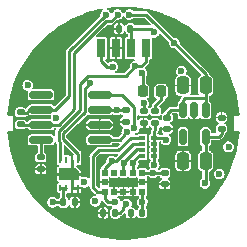
<source format=gtl>
%TF.GenerationSoftware,KiCad,Pcbnew,(6.0.7)*%
%TF.CreationDate,2022-11-15T15:07:51+01:00*%
%TF.ProjectId,tofncan,746f666e-6361-46e2-9e6b-696361645f70,rev?*%
%TF.SameCoordinates,Original*%
%TF.FileFunction,Copper,L1,Top*%
%TF.FilePolarity,Positive*%
%FSLAX46Y46*%
G04 Gerber Fmt 4.6, Leading zero omitted, Abs format (unit mm)*
G04 Created by KiCad (PCBNEW (6.0.7)) date 2022-11-15 15:07:51*
%MOMM*%
%LPD*%
G01*
G04 APERTURE LIST*
G04 Aperture macros list*
%AMRoundRect*
0 Rectangle with rounded corners*
0 $1 Rounding radius*
0 $2 $3 $4 $5 $6 $7 $8 $9 X,Y pos of 4 corners*
0 Add a 4 corners polygon primitive as box body*
4,1,4,$2,$3,$4,$5,$6,$7,$8,$9,$2,$3,0*
0 Add four circle primitives for the rounded corners*
1,1,$1+$1,$2,$3*
1,1,$1+$1,$4,$5*
1,1,$1+$1,$6,$7*
1,1,$1+$1,$8,$9*
0 Add four rect primitives between the rounded corners*
20,1,$1+$1,$2,$3,$4,$5,0*
20,1,$1+$1,$4,$5,$6,$7,0*
20,1,$1+$1,$6,$7,$8,$9,0*
20,1,$1+$1,$8,$9,$2,$3,0*%
%AMFreePoly0*
4,1,6,0.500000,-0.850000,-0.500000,-0.850000,-0.500000,0.550000,-0.200000,0.850000,0.500000,0.850000,0.500000,-0.850000,0.500000,-0.850000,$1*%
G04 Aperture macros list end*
%TA.AperFunction,SMDPad,CuDef*%
%ADD10RoundRect,0.135000X0.185000X-0.135000X0.185000X0.135000X-0.185000X0.135000X-0.185000X-0.135000X0*%
%TD*%
%TA.AperFunction,SMDPad,CuDef*%
%ADD11RoundRect,0.150000X0.825000X0.150000X-0.825000X0.150000X-0.825000X-0.150000X0.825000X-0.150000X0*%
%TD*%
%TA.AperFunction,SMDPad,CuDef*%
%ADD12RoundRect,0.140000X-0.170000X0.140000X-0.170000X-0.140000X0.170000X-0.140000X0.170000X0.140000X0*%
%TD*%
%TA.AperFunction,SMDPad,CuDef*%
%ADD13RoundRect,0.150000X-0.150000X0.512500X-0.150000X-0.512500X0.150000X-0.512500X0.150000X0.512500X0*%
%TD*%
%TA.AperFunction,SMDPad,CuDef*%
%ADD14R,0.500000X0.500000*%
%TD*%
%TA.AperFunction,SMDPad,CuDef*%
%ADD15RoundRect,0.140000X-0.140000X-0.170000X0.140000X-0.170000X0.140000X0.170000X-0.140000X0.170000X0*%
%TD*%
%TA.AperFunction,SMDPad,CuDef*%
%ADD16RoundRect,0.140000X0.140000X0.170000X-0.140000X0.170000X-0.140000X-0.170000X0.140000X-0.170000X0*%
%TD*%
%TA.AperFunction,SMDPad,CuDef*%
%ADD17R,0.250000X0.550000*%
%TD*%
%TA.AperFunction,SMDPad,CuDef*%
%ADD18FreePoly0,270.000000*%
%TD*%
%TA.AperFunction,SMDPad,CuDef*%
%ADD19RoundRect,0.250000X0.250000X0.475000X-0.250000X0.475000X-0.250000X-0.475000X0.250000X-0.475000X0*%
%TD*%
%TA.AperFunction,SMDPad,CuDef*%
%ADD20RoundRect,0.140000X0.170000X-0.140000X0.170000X0.140000X-0.170000X0.140000X-0.170000X-0.140000X0*%
%TD*%
%TA.AperFunction,SMDPad,CuDef*%
%ADD21RoundRect,0.218750X-0.218750X-0.256250X0.218750X-0.256250X0.218750X0.256250X-0.218750X0.256250X0*%
%TD*%
%TA.AperFunction,SMDPad,CuDef*%
%ADD22R,0.700000X1.600000*%
%TD*%
%TA.AperFunction,SMDPad,CuDef*%
%ADD23RoundRect,0.135000X-0.135000X-0.185000X0.135000X-0.185000X0.135000X0.185000X-0.135000X0.185000X0*%
%TD*%
%TA.AperFunction,SMDPad,CuDef*%
%ADD24R,0.500000X0.400000*%
%TD*%
%TA.AperFunction,SMDPad,CuDef*%
%ADD25R,0.500000X0.300000*%
%TD*%
%TA.AperFunction,ViaPad*%
%ADD26C,0.600000*%
%TD*%
%TA.AperFunction,Conductor*%
%ADD27C,0.250000*%
%TD*%
G04 APERTURE END LIST*
D10*
X91300000Y-100110000D03*
X91300000Y-99090000D03*
D11*
X97975000Y-101405000D03*
X97975000Y-100135000D03*
X97975000Y-98865000D03*
X97975000Y-97595000D03*
X93025000Y-97595000D03*
X93025000Y-98865000D03*
X93025000Y-100135000D03*
X93025000Y-101405000D03*
D10*
X101700000Y-100010000D03*
X101700000Y-98990000D03*
D12*
X100200000Y-98920000D03*
X100200000Y-99880000D03*
D13*
X106950000Y-98862500D03*
X106000000Y-98862500D03*
X105050000Y-98862500D03*
X105050000Y-101137500D03*
X106950000Y-101137500D03*
D10*
X93000000Y-103910000D03*
X93000000Y-102890000D03*
D12*
X103700000Y-99520000D03*
X103700000Y-100480000D03*
D14*
X101600000Y-105800000D03*
X100800000Y-105790000D03*
X100000000Y-105800000D03*
X99200000Y-105800000D03*
X98400000Y-105800000D03*
X98400000Y-105000000D03*
X98400000Y-104200000D03*
X99200000Y-104200000D03*
X100000000Y-104200000D03*
X100800000Y-104200000D03*
X101600000Y-104200000D03*
X101600000Y-105000000D03*
D15*
X99620000Y-92000000D03*
X100580000Y-92000000D03*
D16*
X101580000Y-107600000D03*
X100620000Y-107600000D03*
D12*
X103500000Y-104220000D03*
X103500000Y-105180000D03*
D17*
X96150000Y-103125000D03*
X95650000Y-103125000D03*
X95150000Y-103125000D03*
X94650000Y-103125000D03*
X94650000Y-105475000D03*
X95150000Y-105475000D03*
X95650000Y-105475000D03*
X96150000Y-105475000D03*
D18*
X95400000Y-104300000D03*
D16*
X95880000Y-106700000D03*
X94920000Y-106700000D03*
D19*
X106950000Y-96800000D03*
X105050000Y-96800000D03*
D20*
X108300000Y-100480000D03*
X108300000Y-99520000D03*
D21*
X101612500Y-97300000D03*
X103187500Y-97300000D03*
D10*
X102700000Y-100010000D03*
X102700000Y-98990000D03*
D22*
X101905000Y-93650000D03*
X100635000Y-93650000D03*
X99365000Y-93650000D03*
X98095000Y-93650000D03*
D23*
X98290000Y-107600000D03*
X99310000Y-107600000D03*
D19*
X106950000Y-103200000D03*
X105050000Y-103200000D03*
D24*
X101600000Y-101250000D03*
D25*
X101600000Y-101750000D03*
X101600000Y-102250000D03*
D24*
X101600000Y-102750000D03*
X102600000Y-102750000D03*
D25*
X102600000Y-102250000D03*
X102600000Y-101750000D03*
D24*
X102600000Y-101250000D03*
D26*
X102600000Y-103500000D03*
X102500000Y-104200000D03*
X103600000Y-101400000D03*
X94288196Y-99533822D03*
X102593767Y-92306233D03*
X94000000Y-106700000D03*
X96700000Y-105000000D03*
X106900000Y-105100000D03*
X101600000Y-106700000D03*
X104900000Y-95600000D03*
X108100000Y-104300000D03*
X91900000Y-96800000D03*
X97620000Y-106620000D03*
X108900000Y-102000000D03*
X99422748Y-98892752D03*
X100000000Y-95100000D03*
X104300000Y-91900000D03*
X94800000Y-96900000D03*
X108300000Y-103300000D03*
X95618532Y-101035923D03*
X99200000Y-108800000D03*
X95500000Y-107700000D03*
X103300000Y-91200000D03*
X96600000Y-107700000D03*
X101700000Y-103400000D03*
X104100000Y-94700000D03*
X103600000Y-98500000D03*
X98100000Y-103000000D03*
X100500000Y-90800000D03*
X104300000Y-93200000D03*
X99500000Y-90800000D03*
X98500000Y-90800000D03*
X99300000Y-106700000D03*
X99000000Y-103200000D03*
X100998815Y-95184521D03*
X100827588Y-103408448D03*
X100078086Y-103408083D03*
X99100000Y-95200000D03*
X97206233Y-96606233D03*
X100250000Y-106850000D03*
X101700000Y-98300000D03*
X100923320Y-100385638D03*
X100285132Y-100778665D03*
X101539337Y-95757347D03*
D27*
X102600000Y-101250000D02*
X102600000Y-102750000D01*
X108300000Y-100900000D02*
X108062500Y-101137500D01*
X102600000Y-92300000D02*
X102300000Y-92000000D01*
X102500000Y-104200000D02*
X103480000Y-104200000D01*
X103480000Y-104200000D02*
X103500000Y-104220000D01*
X106950000Y-105050000D02*
X106950000Y-103200000D01*
X101600000Y-106700000D02*
X101600000Y-107520000D01*
X102600000Y-102750000D02*
X102600000Y-103400000D01*
X101600000Y-104200000D02*
X102500000Y-104200000D01*
X103450000Y-101250000D02*
X103600000Y-101400000D01*
X102600000Y-100700000D02*
X102700000Y-100600000D01*
X102600000Y-103400000D02*
X102600000Y-103500000D01*
X94920000Y-106700000D02*
X94000000Y-106700000D01*
X94650000Y-105475000D02*
X94925000Y-105475000D01*
X106900000Y-105100000D02*
X106950000Y-105050000D01*
X94925000Y-105475000D02*
X95150000Y-105475000D01*
X102593767Y-92306233D02*
X102600000Y-92300000D01*
X97975000Y-98865000D02*
X99465000Y-98865000D01*
X102300000Y-92000000D02*
X100580000Y-92000000D01*
X99492752Y-98892752D02*
X99422748Y-98892752D01*
X102700000Y-100010000D02*
X102700000Y-100600000D01*
X108062500Y-101137500D02*
X106950000Y-101137500D01*
X106950000Y-101137500D02*
X106950000Y-103200000D01*
X100172752Y-98892752D02*
X100200000Y-98920000D01*
X100635000Y-93650000D02*
X100635000Y-92055000D01*
X101600000Y-105800000D02*
X101600000Y-106700000D01*
X94900000Y-106680000D02*
X94920000Y-106700000D01*
X102600000Y-101250000D02*
X103450000Y-101250000D01*
X94900000Y-105500000D02*
X94900000Y-106680000D01*
X108300000Y-100480000D02*
X108300000Y-100900000D01*
X99422748Y-98892752D02*
X100172752Y-98892752D01*
X102600000Y-101250000D02*
X102600000Y-100700000D01*
X100635000Y-92055000D02*
X100580000Y-92000000D01*
X94925000Y-105475000D02*
X94900000Y-105500000D01*
X95650000Y-105475000D02*
X95650000Y-104550000D01*
X101700000Y-100010000D02*
X101700000Y-100600000D01*
X95650000Y-105475000D02*
X96150000Y-105475000D01*
X95650000Y-103125000D02*
X95650000Y-104050000D01*
X95400000Y-104300000D02*
X94200000Y-104300000D01*
X95400000Y-104300000D02*
X96600000Y-104300000D01*
X95650000Y-104050000D02*
X95400000Y-104300000D01*
X95650000Y-104550000D02*
X95400000Y-104300000D01*
X106950000Y-97950000D02*
X106950000Y-98862500D01*
X105050000Y-98050000D02*
X105050000Y-98862500D01*
X101900000Y-90800000D02*
X100500000Y-90800000D01*
X106950000Y-95850000D02*
X101900000Y-90800000D01*
X106950000Y-97950000D02*
X106875000Y-97875000D01*
X103700000Y-99520000D02*
X103700000Y-99213173D01*
X106950000Y-96800000D02*
X106950000Y-95850000D01*
X104050673Y-98862500D02*
X105050000Y-98862500D01*
X106875000Y-97875000D02*
X105225000Y-97875000D01*
X105225000Y-97875000D02*
X105050000Y-98050000D01*
X103700000Y-99213173D02*
X104050673Y-98862500D01*
X106950000Y-96800000D02*
X106950000Y-97950000D01*
X94499484Y-100135000D02*
X93025000Y-100135000D01*
X91325000Y-100135000D02*
X91300000Y-100110000D01*
X98925000Y-91375000D02*
X98490686Y-91375000D01*
X95800000Y-98834484D02*
X94499484Y-100135000D01*
X98490686Y-91375000D02*
X95800000Y-94065686D01*
X93025000Y-100135000D02*
X91325000Y-100135000D01*
X99500000Y-90800000D02*
X98925000Y-91375000D01*
X95800000Y-94065686D02*
X95800000Y-98834484D01*
X92035000Y-98865000D02*
X91800000Y-99100000D01*
X91800000Y-99100000D02*
X91310000Y-99100000D01*
X93025000Y-98865000D02*
X92035000Y-98865000D01*
X91310000Y-99100000D02*
X91300000Y-99090000D01*
X95400000Y-93900000D02*
X95400000Y-97700000D01*
X95400000Y-97700000D02*
X94235000Y-98865000D01*
X94235000Y-98865000D02*
X93025000Y-98865000D01*
X98500000Y-90800000D02*
X95400000Y-93900000D01*
X93000000Y-101430000D02*
X93025000Y-101405000D01*
X93000000Y-102890000D02*
X93000000Y-101430000D01*
X99563604Y-102300000D02*
X100613604Y-101250000D01*
X97800000Y-105800000D02*
X98400000Y-105800000D01*
X97400000Y-105400000D02*
X97800000Y-105800000D01*
X97400000Y-102800000D02*
X97400000Y-105400000D01*
X97900000Y-102300000D02*
X97400000Y-102800000D01*
X100613604Y-101250000D02*
X101600000Y-101250000D01*
X99300000Y-106700000D02*
X98700000Y-106700000D01*
X98400000Y-106400000D02*
X98400000Y-105800000D01*
X98800000Y-102300000D02*
X97900000Y-102300000D01*
X98700000Y-106700000D02*
X98400000Y-106400000D01*
X98800000Y-102300000D02*
X99563604Y-102300000D01*
X98400000Y-103800000D02*
X99000000Y-103200000D01*
X99400000Y-103200000D02*
X100825000Y-101775000D01*
X99000000Y-103200000D02*
X99400000Y-103200000D01*
X98400000Y-104200000D02*
X98400000Y-103800000D01*
X100825000Y-101775000D02*
X101600000Y-101775000D01*
X94500000Y-101482842D02*
X94650000Y-101632842D01*
X100814069Y-103222327D02*
X101286396Y-102750000D01*
X94650000Y-101632842D02*
X94650000Y-103125000D01*
X101286396Y-102750000D02*
X101600000Y-102750000D01*
X100827581Y-103408441D02*
X100827588Y-103408448D01*
X101905000Y-94795000D02*
X101905000Y-93650000D01*
X100814069Y-103408441D02*
X100814069Y-103222327D01*
X100998815Y-95184521D02*
X101298990Y-95184521D01*
X101298990Y-95184521D02*
X101301164Y-95182347D01*
X100800000Y-103422510D02*
X100814069Y-103408441D01*
X97000000Y-96000000D02*
X96300000Y-96700000D01*
X101517653Y-95182347D02*
X101905000Y-94795000D01*
X100814069Y-103408441D02*
X100827581Y-103408441D01*
X100800000Y-104200000D02*
X100800000Y-103422510D01*
X100998815Y-95184521D02*
X100183336Y-96000000D01*
X96300000Y-98900170D02*
X94500000Y-100700171D01*
X100183336Y-96000000D02*
X97000000Y-96000000D01*
X94500000Y-100700171D02*
X94500000Y-101482842D01*
X96300000Y-96700000D02*
X96300000Y-98900170D01*
X101301164Y-95182347D02*
X101517653Y-95182347D01*
X101175000Y-102225000D02*
X101600000Y-102225000D01*
X100000000Y-103400000D02*
X101175000Y-102225000D01*
X100070003Y-103400000D02*
X100078086Y-103408083D01*
X100000000Y-103400000D02*
X100000000Y-104200000D01*
X97206233Y-96606233D02*
X96725000Y-97087466D01*
X98600000Y-95200000D02*
X98095000Y-94695000D01*
X96725000Y-97087466D02*
X96725000Y-99040856D01*
X99100000Y-95200000D02*
X98600000Y-95200000D01*
X96725000Y-99040856D02*
X94900000Y-100865856D01*
X94900000Y-101317157D02*
X96150000Y-102567157D01*
X96150000Y-102567157D02*
X96150000Y-103125000D01*
X98095000Y-94695000D02*
X98095000Y-93650000D01*
X94900000Y-100865856D02*
X94900000Y-101317157D01*
X100000000Y-103400000D02*
X100070003Y-103400000D01*
X99700000Y-107600000D02*
X99310000Y-107600000D01*
X100000000Y-107300000D02*
X99700000Y-107600000D01*
X100000000Y-107100000D02*
X100000000Y-107300000D01*
X100250000Y-106850000D02*
X100000000Y-107100000D01*
X101700000Y-98990000D02*
X101700000Y-98300000D01*
X99895000Y-97595000D02*
X97975000Y-97595000D01*
X100900000Y-98600000D02*
X99895000Y-97595000D01*
X100923320Y-100385638D02*
X100900000Y-100362318D01*
X100900000Y-100362318D02*
X100900000Y-98600000D01*
X100085599Y-101036249D02*
X99716848Y-101405000D01*
X99716848Y-101405000D02*
X97975000Y-101405000D01*
X103200000Y-98000000D02*
X103200000Y-97312500D01*
X102700000Y-98500000D02*
X103200000Y-98000000D01*
X103200000Y-97312500D02*
X103187500Y-97300000D01*
X102700000Y-98990000D02*
X102700000Y-98500000D01*
X101612500Y-95830510D02*
X101612500Y-97300000D01*
X101539337Y-95757347D02*
X101612500Y-95830510D01*
%TA.AperFunction,Conductor*%
G36*
X100308344Y-90142901D02*
G01*
X100914657Y-90180587D01*
X100919229Y-90181014D01*
X101522028Y-90256238D01*
X101526566Y-90256947D01*
X101830588Y-90314227D01*
X102123578Y-90369429D01*
X102128040Y-90370414D01*
X102302004Y-90414519D01*
X102716920Y-90519714D01*
X102721335Y-90520981D01*
X103299797Y-90706517D01*
X103304120Y-90708053D01*
X103538613Y-90799666D01*
X103869954Y-90929116D01*
X103874177Y-90930919D01*
X104425212Y-91186659D01*
X104429316Y-91188721D01*
X104963426Y-91478153D01*
X104967390Y-91480462D01*
X105482539Y-91802484D01*
X105486326Y-91805018D01*
X105980502Y-92158375D01*
X105984153Y-92161161D01*
X106452288Y-92541916D01*
X106455440Y-92544480D01*
X106458906Y-92547482D01*
X106684505Y-92755511D01*
X106905504Y-92959297D01*
X106908783Y-92962514D01*
X107328983Y-93401250D01*
X107332055Y-93404664D01*
X107724216Y-93868607D01*
X107727071Y-93872205D01*
X108089702Y-94359591D01*
X108092328Y-94363359D01*
X108424037Y-94872321D01*
X108426406Y-94876215D01*
X108582321Y-95151377D01*
X108725898Y-95404765D01*
X108728037Y-95408829D01*
X108994156Y-95954925D01*
X108996039Y-95959114D01*
X109227774Y-96520679D01*
X109229393Y-96524977D01*
X109425837Y-97099814D01*
X109427187Y-97104204D01*
X109587600Y-97690150D01*
X109588674Y-97694615D01*
X109712423Y-98289352D01*
X109713219Y-98293876D01*
X109799838Y-98895170D01*
X109800351Y-98899734D01*
X109830368Y-99269513D01*
X109816961Y-99318324D01*
X109775315Y-99347097D01*
X109756611Y-99349500D01*
X109529557Y-99349500D01*
X109510406Y-99346979D01*
X109500000Y-99344191D01*
X109490591Y-99346712D01*
X109487258Y-99347605D01*
X109480186Y-99349500D01*
X109422096Y-99365065D01*
X109365065Y-99422095D01*
X109344191Y-99500000D01*
X109346712Y-99509408D01*
X109346979Y-99510404D01*
X109349500Y-99529557D01*
X109349500Y-100470443D01*
X109346979Y-100489594D01*
X109344191Y-100500000D01*
X109349500Y-100519814D01*
X109365065Y-100577904D01*
X109422095Y-100634935D01*
X109500000Y-100655809D01*
X109510406Y-100653021D01*
X109529557Y-100650500D01*
X109756611Y-100650500D01*
X109804177Y-100667813D01*
X109829487Y-100711650D01*
X109830368Y-100730487D01*
X109800351Y-101100266D01*
X109799838Y-101104830D01*
X109713219Y-101706124D01*
X109712423Y-101710648D01*
X109588674Y-102305385D01*
X109587600Y-102309850D01*
X109427187Y-102895796D01*
X109425837Y-102900186D01*
X109229393Y-103475023D01*
X109227774Y-103479321D01*
X108996039Y-104040886D01*
X108994156Y-104045075D01*
X108728037Y-104591171D01*
X108725898Y-104595235D01*
X108648779Y-104731336D01*
X108426406Y-105123785D01*
X108424037Y-105127679D01*
X108214376Y-105449375D01*
X108092328Y-105636641D01*
X108089702Y-105640409D01*
X107727071Y-106127795D01*
X107724216Y-106131393D01*
X107332055Y-106595336D01*
X107328983Y-106598750D01*
X106908783Y-107037486D01*
X106905504Y-107040703D01*
X106903861Y-107042218D01*
X106532477Y-107384677D01*
X106458911Y-107452513D01*
X106455445Y-107455516D01*
X106018505Y-107810899D01*
X105984153Y-107838839D01*
X105980502Y-107841625D01*
X105486326Y-108194982D01*
X105482539Y-108197516D01*
X104967395Y-108519535D01*
X104963426Y-108521847D01*
X104429316Y-108811279D01*
X104425212Y-108813341D01*
X103874177Y-109069081D01*
X103869954Y-109070884D01*
X103304125Y-109291945D01*
X103299797Y-109293483D01*
X102721335Y-109479019D01*
X102716920Y-109480286D01*
X102434415Y-109551911D01*
X102128040Y-109629586D01*
X102123578Y-109630571D01*
X101830588Y-109685773D01*
X101526566Y-109743053D01*
X101522028Y-109743762D01*
X100919229Y-109818986D01*
X100914657Y-109819413D01*
X100308344Y-109857099D01*
X100303753Y-109857242D01*
X99696247Y-109857242D01*
X99691656Y-109857099D01*
X99085343Y-109819413D01*
X99080771Y-109818986D01*
X98477972Y-109743762D01*
X98473434Y-109743053D01*
X98169412Y-109685773D01*
X97876422Y-109630571D01*
X97871960Y-109629586D01*
X97565585Y-109551911D01*
X97283080Y-109480286D01*
X97278665Y-109479019D01*
X96700203Y-109293483D01*
X96695875Y-109291945D01*
X96130046Y-109070884D01*
X96125823Y-109069081D01*
X95574788Y-108813341D01*
X95570684Y-108811279D01*
X95036574Y-108521847D01*
X95032605Y-108519535D01*
X94517461Y-108197516D01*
X94513674Y-108194982D01*
X94019498Y-107841625D01*
X94015847Y-107838839D01*
X93999035Y-107825165D01*
X97870000Y-107825165D01*
X97870258Y-107829513D01*
X97872300Y-107846681D01*
X97875209Y-107857264D01*
X97913282Y-107942980D01*
X97920889Y-107954047D01*
X97986361Y-108019406D01*
X97997442Y-108026993D01*
X98083210Y-108064910D01*
X98093830Y-108067806D01*
X98110523Y-108069752D01*
X98114794Y-108070000D01*
X98201952Y-108070000D01*
X98211948Y-108066362D01*
X98215000Y-108061075D01*
X98215000Y-108056952D01*
X98365000Y-108056952D01*
X98368638Y-108066948D01*
X98373925Y-108070000D01*
X98465165Y-108070000D01*
X98469513Y-108069742D01*
X98486681Y-108067700D01*
X98497264Y-108064791D01*
X98582980Y-108026718D01*
X98594047Y-108019111D01*
X98659406Y-107953639D01*
X98666993Y-107942558D01*
X98704910Y-107856790D01*
X98707806Y-107846170D01*
X98709752Y-107829477D01*
X98710000Y-107825206D01*
X98710000Y-107688048D01*
X98706362Y-107678052D01*
X98701075Y-107675000D01*
X98378048Y-107675000D01*
X98368052Y-107678638D01*
X98365000Y-107683925D01*
X98365000Y-108056952D01*
X98215000Y-108056952D01*
X98215000Y-107688048D01*
X98211362Y-107678052D01*
X98206075Y-107675000D01*
X97883048Y-107675000D01*
X97873052Y-107678638D01*
X97870000Y-107683925D01*
X97870000Y-107825165D01*
X93999035Y-107825165D01*
X93981495Y-107810899D01*
X93613943Y-107511952D01*
X97870000Y-107511952D01*
X97873638Y-107521948D01*
X97878925Y-107525000D01*
X98201952Y-107525000D01*
X98211948Y-107521362D01*
X98215000Y-107516075D01*
X98215000Y-107511952D01*
X98365000Y-107511952D01*
X98368638Y-107521948D01*
X98373925Y-107525000D01*
X98696952Y-107525000D01*
X98706948Y-107521362D01*
X98710000Y-107516075D01*
X98710000Y-107374835D01*
X98709742Y-107370487D01*
X98707700Y-107353319D01*
X98704791Y-107342736D01*
X98666718Y-107257020D01*
X98659111Y-107245953D01*
X98593639Y-107180594D01*
X98582558Y-107173007D01*
X98496790Y-107135090D01*
X98486170Y-107132194D01*
X98469477Y-107130248D01*
X98465206Y-107130000D01*
X98378048Y-107130000D01*
X98368052Y-107133638D01*
X98365000Y-107138925D01*
X98365000Y-107511952D01*
X98215000Y-107511952D01*
X98215000Y-107143048D01*
X98211362Y-107133052D01*
X98206075Y-107130000D01*
X98114835Y-107130000D01*
X98110487Y-107130258D01*
X98093319Y-107132300D01*
X98082736Y-107135209D01*
X97997020Y-107173282D01*
X97985953Y-107180889D01*
X97920594Y-107246361D01*
X97913007Y-107257442D01*
X97875090Y-107343210D01*
X97872194Y-107353830D01*
X97870248Y-107370523D01*
X97870000Y-107374794D01*
X97870000Y-107511952D01*
X93613943Y-107511952D01*
X93544555Y-107455516D01*
X93541089Y-107452513D01*
X93467524Y-107384677D01*
X93096139Y-107042218D01*
X93094496Y-107040703D01*
X93091217Y-107037486D01*
X92671017Y-106598750D01*
X92667945Y-106595336D01*
X92275784Y-106131393D01*
X92272929Y-106127795D01*
X91910298Y-105640409D01*
X91907672Y-105636641D01*
X91785624Y-105449375D01*
X91575963Y-105127679D01*
X91573594Y-105123785D01*
X91351221Y-104731336D01*
X91274102Y-104595235D01*
X91271963Y-104591171D01*
X91025380Y-104085165D01*
X92530000Y-104085165D01*
X92530258Y-104089513D01*
X92532300Y-104106681D01*
X92535209Y-104117264D01*
X92573282Y-104202980D01*
X92580889Y-104214047D01*
X92646361Y-104279406D01*
X92657442Y-104286993D01*
X92743210Y-104324910D01*
X92753830Y-104327806D01*
X92770523Y-104329752D01*
X92774794Y-104330000D01*
X92911952Y-104330000D01*
X92921948Y-104326362D01*
X92925000Y-104321075D01*
X92925000Y-104316952D01*
X93075000Y-104316952D01*
X93078638Y-104326948D01*
X93083925Y-104330000D01*
X93225165Y-104330000D01*
X93229513Y-104329742D01*
X93246681Y-104327700D01*
X93257264Y-104324791D01*
X93342980Y-104286718D01*
X93354047Y-104279111D01*
X93419406Y-104213639D01*
X93426993Y-104202558D01*
X93464910Y-104116790D01*
X93467806Y-104106170D01*
X93469752Y-104089477D01*
X93470000Y-104085206D01*
X93470000Y-103998048D01*
X93466362Y-103988052D01*
X93461075Y-103985000D01*
X93088048Y-103985000D01*
X93078052Y-103988638D01*
X93075000Y-103993925D01*
X93075000Y-104316952D01*
X92925000Y-104316952D01*
X92925000Y-103998048D01*
X92921362Y-103988052D01*
X92916075Y-103985000D01*
X92543048Y-103985000D01*
X92533052Y-103988638D01*
X92530000Y-103993925D01*
X92530000Y-104085165D01*
X91025380Y-104085165D01*
X91005844Y-104045075D01*
X91003961Y-104040886D01*
X90913616Y-103821952D01*
X92530000Y-103821952D01*
X92533638Y-103831948D01*
X92538925Y-103835000D01*
X92911952Y-103835000D01*
X92921948Y-103831362D01*
X92925000Y-103826075D01*
X92925000Y-103821952D01*
X93075000Y-103821952D01*
X93078638Y-103831948D01*
X93083925Y-103835000D01*
X93456952Y-103835000D01*
X93466948Y-103831362D01*
X93470000Y-103826075D01*
X93470000Y-103734835D01*
X93469742Y-103730487D01*
X93467700Y-103713319D01*
X93464791Y-103702736D01*
X93426718Y-103617020D01*
X93419111Y-103605953D01*
X93353639Y-103540594D01*
X93342558Y-103533007D01*
X93256790Y-103495090D01*
X93246170Y-103492194D01*
X93229477Y-103490248D01*
X93225206Y-103490000D01*
X93088048Y-103490000D01*
X93078052Y-103493638D01*
X93075000Y-103498925D01*
X93075000Y-103821952D01*
X92925000Y-103821952D01*
X92925000Y-103503048D01*
X92921362Y-103493052D01*
X92916075Y-103490000D01*
X92774835Y-103490000D01*
X92770487Y-103490258D01*
X92753319Y-103492300D01*
X92742736Y-103495209D01*
X92657020Y-103533282D01*
X92645953Y-103540889D01*
X92580594Y-103606361D01*
X92573007Y-103617442D01*
X92535090Y-103703210D01*
X92532194Y-103713830D01*
X92530248Y-103730523D01*
X92530000Y-103734794D01*
X92530000Y-103821952D01*
X90913616Y-103821952D01*
X90772226Y-103479321D01*
X90770607Y-103475023D01*
X90574163Y-102900186D01*
X90572813Y-102895796D01*
X90412400Y-102309850D01*
X90411326Y-102305385D01*
X90287577Y-101710648D01*
X90286781Y-101706124D01*
X90200162Y-101104830D01*
X90199649Y-101100266D01*
X90169632Y-100730487D01*
X90183039Y-100681676D01*
X90224685Y-100652903D01*
X90243389Y-100650500D01*
X90470443Y-100650500D01*
X90489594Y-100653021D01*
X90500000Y-100655809D01*
X90577904Y-100634935D01*
X90593736Y-100619103D01*
X90634935Y-100577905D01*
X90655809Y-100500000D01*
X90653021Y-100489594D01*
X90650500Y-100470443D01*
X90650500Y-99529557D01*
X90653021Y-99510404D01*
X90653288Y-99509408D01*
X90655809Y-99500000D01*
X90634935Y-99422096D01*
X90613593Y-99400754D01*
X90577905Y-99365065D01*
X90512298Y-99347486D01*
X90509409Y-99346712D01*
X90500000Y-99344191D01*
X90489594Y-99346979D01*
X90470443Y-99349500D01*
X90243389Y-99349500D01*
X90195823Y-99332187D01*
X90170513Y-99288350D01*
X90169632Y-99269513D01*
X90199649Y-98899734D01*
X90200162Y-98895170D01*
X90286781Y-98293876D01*
X90287577Y-98289352D01*
X90411326Y-97694615D01*
X90412400Y-97690150D01*
X90572813Y-97104204D01*
X90574163Y-97099814D01*
X90678521Y-96794440D01*
X91444901Y-96794440D01*
X91445584Y-96799663D01*
X91445584Y-96799666D01*
X91457142Y-96888048D01*
X91461633Y-96922394D01*
X91463756Y-96927219D01*
X91510521Y-97033500D01*
X91513605Y-97040510D01*
X91596639Y-97139291D01*
X91704060Y-97210796D01*
X91709092Y-97212368D01*
X91709094Y-97212369D01*
X91744714Y-97223497D01*
X91827233Y-97249278D01*
X91832500Y-97249375D01*
X91832503Y-97249375D01*
X91841670Y-97249543D01*
X91845518Y-97249613D01*
X91892760Y-97267794D01*
X91917262Y-97312088D01*
X91911844Y-97353522D01*
X91904745Y-97369579D01*
X91904743Y-97369585D01*
X91902494Y-97374673D01*
X91901850Y-97380201D01*
X91901849Y-97380203D01*
X91899964Y-97396376D01*
X91899500Y-97400354D01*
X91899500Y-97789646D01*
X91902618Y-97815846D01*
X91948061Y-97918153D01*
X92027287Y-97997241D01*
X92033535Y-98000003D01*
X92033536Y-98000004D01*
X92124583Y-98040256D01*
X92124585Y-98040256D01*
X92129673Y-98042506D01*
X92135201Y-98043150D01*
X92135203Y-98043151D01*
X92153225Y-98045252D01*
X92153229Y-98045252D01*
X92155354Y-98045500D01*
X93894646Y-98045500D01*
X93920846Y-98042382D01*
X94023153Y-97996939D01*
X94102241Y-97917713D01*
X94117170Y-97883946D01*
X94145256Y-97820417D01*
X94145256Y-97820415D01*
X94147506Y-97815327D01*
X94149139Y-97801326D01*
X94150252Y-97791775D01*
X94150252Y-97791771D01*
X94150500Y-97789646D01*
X94150500Y-97400354D01*
X94147382Y-97374154D01*
X94101939Y-97271847D01*
X94022713Y-97192759D01*
X94016465Y-97189997D01*
X94016464Y-97189996D01*
X93925417Y-97149744D01*
X93925415Y-97149744D01*
X93920327Y-97147494D01*
X93914799Y-97146850D01*
X93914797Y-97146849D01*
X93896775Y-97144748D01*
X93896771Y-97144748D01*
X93894646Y-97144500D01*
X92351801Y-97144500D01*
X92304235Y-97127187D01*
X92278925Y-97083350D01*
X92285206Y-97038235D01*
X92331288Y-96943122D01*
X92333588Y-96938375D01*
X92354997Y-96811120D01*
X92355133Y-96800000D01*
X92346449Y-96739361D01*
X92337586Y-96677472D01*
X92337585Y-96677469D01*
X92336839Y-96672259D01*
X92311875Y-96617353D01*
X92285610Y-96559586D01*
X92285608Y-96559583D01*
X92283428Y-96554788D01*
X92276003Y-96546170D01*
X92202633Y-96461020D01*
X92202632Y-96461019D01*
X92199193Y-96457028D01*
X92194774Y-96454164D01*
X92194772Y-96454162D01*
X92095329Y-96389708D01*
X92095330Y-96389708D01*
X92090906Y-96386841D01*
X92085857Y-96385331D01*
X92085855Y-96385330D01*
X91972326Y-96351377D01*
X91972325Y-96351377D01*
X91967273Y-96349866D01*
X91901771Y-96349466D01*
X91843501Y-96349110D01*
X91843500Y-96349110D01*
X91838231Y-96349078D01*
X91714155Y-96384539D01*
X91605019Y-96453399D01*
X91601531Y-96457348D01*
X91601529Y-96457350D01*
X91565845Y-96497755D01*
X91519596Y-96550122D01*
X91517357Y-96554891D01*
X91517355Y-96554894D01*
X91488748Y-96615826D01*
X91464754Y-96666932D01*
X91444901Y-96794440D01*
X90678521Y-96794440D01*
X90770607Y-96524977D01*
X90772226Y-96520679D01*
X91003961Y-95959114D01*
X91005844Y-95954925D01*
X91271963Y-95408829D01*
X91274102Y-95404765D01*
X91417679Y-95151377D01*
X91573594Y-94876215D01*
X91575963Y-94872321D01*
X91907672Y-94363359D01*
X91910298Y-94359591D01*
X92272929Y-93872205D01*
X92275784Y-93868607D01*
X92667945Y-93404664D01*
X92671017Y-93401250D01*
X93091217Y-92962514D01*
X93094496Y-92959297D01*
X93315495Y-92755511D01*
X93541094Y-92547482D01*
X93544560Y-92544480D01*
X93547713Y-92541916D01*
X94015847Y-92161161D01*
X94019498Y-92158375D01*
X94513674Y-91805018D01*
X94517461Y-91802484D01*
X95032610Y-91480462D01*
X95036574Y-91478153D01*
X95570684Y-91188721D01*
X95574788Y-91186659D01*
X96125823Y-90930919D01*
X96130046Y-90929116D01*
X96461387Y-90799666D01*
X96695880Y-90708053D01*
X96700203Y-90706517D01*
X97278665Y-90520981D01*
X97283080Y-90519714D01*
X97697996Y-90414519D01*
X97871960Y-90370414D01*
X97876422Y-90369429D01*
X98153084Y-90317303D01*
X98203032Y-90325510D01*
X98236021Y-90363903D01*
X98236612Y-90414519D01*
X98212004Y-90445418D01*
X98213493Y-90447168D01*
X98209475Y-90450587D01*
X98205019Y-90453399D01*
X98201531Y-90457348D01*
X98201529Y-90457350D01*
X98198288Y-90461020D01*
X98119596Y-90550122D01*
X98117357Y-90554891D01*
X98117355Y-90554894D01*
X98084733Y-90624377D01*
X98064754Y-90666932D01*
X98044901Y-90794440D01*
X98045584Y-90799663D01*
X98045584Y-90799666D01*
X98048390Y-90821122D01*
X98037391Y-90870532D01*
X98027341Y-90883043D01*
X95229529Y-93680855D01*
X95218318Y-93690056D01*
X95201376Y-93701376D01*
X95140485Y-93792505D01*
X95140485Y-93792506D01*
X95119103Y-93900000D01*
X95120525Y-93907149D01*
X95123078Y-93919983D01*
X95124500Y-93934420D01*
X95124500Y-97555232D01*
X95107187Y-97602798D01*
X95102826Y-97607558D01*
X94187547Y-98522837D01*
X94141671Y-98544229D01*
X94092776Y-98531128D01*
X94082947Y-98522888D01*
X94022713Y-98462759D01*
X94016465Y-98459997D01*
X94016464Y-98459996D01*
X93925417Y-98419744D01*
X93925415Y-98419744D01*
X93920327Y-98417494D01*
X93914799Y-98416850D01*
X93914797Y-98416849D01*
X93896775Y-98414748D01*
X93896771Y-98414748D01*
X93894646Y-98414500D01*
X92155354Y-98414500D01*
X92129154Y-98417618D01*
X92026847Y-98463061D01*
X92010344Y-98479593D01*
X91952587Y-98537450D01*
X91952586Y-98537452D01*
X91947759Y-98542287D01*
X91927992Y-98587000D01*
X91925290Y-98593111D01*
X91898721Y-98624718D01*
X91859378Y-98651006D01*
X91859377Y-98651007D01*
X91846179Y-98659826D01*
X91836376Y-98666376D01*
X91830886Y-98674593D01*
X91825058Y-98683315D01*
X91815855Y-98694529D01*
X91774407Y-98735977D01*
X91728531Y-98757369D01*
X91679636Y-98744268D01*
X91669801Y-98736022D01*
X91653929Y-98720178D01*
X91653927Y-98720177D01*
X91649092Y-98715350D01*
X91633476Y-98708446D01*
X91556903Y-98674593D01*
X91556900Y-98674592D01*
X91551817Y-98672345D01*
X91531155Y-98669936D01*
X91529543Y-98669748D01*
X91529541Y-98669748D01*
X91527415Y-98669500D01*
X91302260Y-98669500D01*
X91072586Y-98669501D01*
X91070417Y-98669759D01*
X91070416Y-98669759D01*
X91053204Y-98671806D01*
X91053203Y-98671806D01*
X91047690Y-98672462D01*
X91042619Y-98674714D01*
X91042617Y-98674715D01*
X90992087Y-98697160D01*
X90950490Y-98715637D01*
X90945661Y-98720474D01*
X90945660Y-98720475D01*
X90924131Y-98742042D01*
X90875350Y-98790908D01*
X90872588Y-98797156D01*
X90872587Y-98797157D01*
X90834593Y-98883097D01*
X90834592Y-98883100D01*
X90832345Y-98888183D01*
X90829500Y-98912585D01*
X90829501Y-99267414D01*
X90829759Y-99269583D01*
X90829759Y-99269584D01*
X90831386Y-99283260D01*
X90832462Y-99292310D01*
X90834714Y-99297381D01*
X90834715Y-99297383D01*
X90864779Y-99365065D01*
X90875637Y-99389510D01*
X90880474Y-99394339D01*
X90880475Y-99394340D01*
X90907958Y-99421775D01*
X90950908Y-99464650D01*
X90957156Y-99467412D01*
X90957157Y-99467413D01*
X91043097Y-99505407D01*
X91043100Y-99505408D01*
X91048183Y-99507655D01*
X91053707Y-99508299D01*
X91070457Y-99510252D01*
X91070459Y-99510252D01*
X91072585Y-99510500D01*
X91297740Y-99510500D01*
X91527414Y-99510499D01*
X91529583Y-99510241D01*
X91529584Y-99510241D01*
X91546796Y-99508194D01*
X91546797Y-99508194D01*
X91552310Y-99507538D01*
X91557381Y-99505286D01*
X91557383Y-99505285D01*
X91643265Y-99467137D01*
X91649510Y-99464363D01*
X91668840Y-99445000D01*
X91708485Y-99405285D01*
X91715985Y-99397772D01*
X91761842Y-99376339D01*
X91782791Y-99377474D01*
X91800000Y-99380897D01*
X91827132Y-99375500D01*
X91827135Y-99375500D01*
X91862629Y-99368439D01*
X91907495Y-99359515D01*
X91917376Y-99352913D01*
X91949465Y-99331471D01*
X91949466Y-99331470D01*
X91975622Y-99313994D01*
X91975623Y-99313993D01*
X91998624Y-99298624D01*
X91999423Y-99299820D01*
X92037792Y-99281929D01*
X92074163Y-99287966D01*
X92124580Y-99310255D01*
X92124584Y-99310256D01*
X92129673Y-99312506D01*
X92135201Y-99313150D01*
X92135203Y-99313151D01*
X92153225Y-99315252D01*
X92153229Y-99315252D01*
X92155354Y-99315500D01*
X93779811Y-99315500D01*
X93827377Y-99332813D01*
X93852687Y-99376650D01*
X93852930Y-99400883D01*
X93833097Y-99528262D01*
X93833780Y-99533485D01*
X93833780Y-99533488D01*
X93842596Y-99600905D01*
X93831597Y-99650315D01*
X93791411Y-99681094D01*
X93769221Y-99684500D01*
X92155354Y-99684500D01*
X92129154Y-99687618D01*
X92026847Y-99733061D01*
X91947759Y-99812287D01*
X91944996Y-99818537D01*
X91941135Y-99824175D01*
X91939222Y-99822865D01*
X91911305Y-99851926D01*
X91878692Y-99859500D01*
X91794234Y-99859500D01*
X91746668Y-99842187D01*
X91731493Y-99822030D01*
X91731006Y-99822365D01*
X91727138Y-99816737D01*
X91724363Y-99810490D01*
X91718864Y-99805000D01*
X91679242Y-99765448D01*
X91649092Y-99735350D01*
X91642844Y-99732588D01*
X91642843Y-99732587D01*
X91556903Y-99694593D01*
X91556900Y-99694592D01*
X91551817Y-99692345D01*
X91541841Y-99691182D01*
X91529543Y-99689748D01*
X91529541Y-99689748D01*
X91527415Y-99689500D01*
X91302260Y-99689500D01*
X91072586Y-99689501D01*
X91070417Y-99689759D01*
X91070416Y-99689759D01*
X91053204Y-99691806D01*
X91053203Y-99691806D01*
X91047690Y-99692462D01*
X91042619Y-99694714D01*
X91042617Y-99694715D01*
X90962534Y-99730287D01*
X90950490Y-99735637D01*
X90875350Y-99810908D01*
X90872588Y-99817156D01*
X90872587Y-99817157D01*
X90834593Y-99903097D01*
X90834592Y-99903100D01*
X90832345Y-99908183D01*
X90831701Y-99913707D01*
X90829969Y-99928566D01*
X90829500Y-99932585D01*
X90829501Y-100287414D01*
X90832462Y-100312310D01*
X90834714Y-100317381D01*
X90834715Y-100317383D01*
X90865033Y-100385638D01*
X90875637Y-100409510D01*
X90880474Y-100414339D01*
X90880475Y-100414340D01*
X90899833Y-100433664D01*
X90950908Y-100484650D01*
X90957156Y-100487412D01*
X90957157Y-100487413D01*
X91043097Y-100525407D01*
X91043100Y-100525408D01*
X91048183Y-100527655D01*
X91053707Y-100528299D01*
X91070457Y-100530252D01*
X91070459Y-100530252D01*
X91072585Y-100530500D01*
X91297740Y-100530500D01*
X91527414Y-100530499D01*
X91529583Y-100530241D01*
X91529584Y-100530241D01*
X91546796Y-100528194D01*
X91546797Y-100528194D01*
X91552310Y-100527538D01*
X91557381Y-100525286D01*
X91557383Y-100525285D01*
X91637729Y-100489596D01*
X91649510Y-100484363D01*
X91655572Y-100478291D01*
X91701562Y-100432220D01*
X91747420Y-100410787D01*
X91753934Y-100410500D01*
X91878793Y-100410500D01*
X91926359Y-100427813D01*
X91940655Y-100446803D01*
X91941418Y-100446278D01*
X91945286Y-100451907D01*
X91948061Y-100458153D01*
X91952898Y-100462982D01*
X91952899Y-100462983D01*
X91977340Y-100487381D01*
X92027287Y-100537241D01*
X92033535Y-100540003D01*
X92033536Y-100540004D01*
X92124583Y-100580256D01*
X92124585Y-100580256D01*
X92129673Y-100582506D01*
X92135201Y-100583150D01*
X92135203Y-100583151D01*
X92153225Y-100585252D01*
X92153229Y-100585252D01*
X92155354Y-100585500D01*
X93894646Y-100585500D01*
X93920846Y-100582382D01*
X94023153Y-100536939D01*
X94102241Y-100457713D01*
X94105004Y-100451463D01*
X94108865Y-100445825D01*
X94110778Y-100447135D01*
X94138695Y-100418074D01*
X94171308Y-100410500D01*
X94223767Y-100410500D01*
X94271333Y-100427813D01*
X94296643Y-100471650D01*
X94285297Y-100525610D01*
X94277528Y-100537238D01*
X94277526Y-100537241D01*
X94244535Y-100586614D01*
X94244534Y-100586616D01*
X94240485Y-100592676D01*
X94233631Y-100627133D01*
X94229659Y-100647103D01*
X94226892Y-100661016D01*
X94219103Y-100700171D01*
X94220525Y-100707320D01*
X94223078Y-100720154D01*
X94224500Y-100734591D01*
X94224500Y-101025763D01*
X94207187Y-101073329D01*
X94163350Y-101098639D01*
X94113500Y-101089849D01*
X94098222Y-101078137D01*
X94022713Y-101002759D01*
X94016465Y-100999997D01*
X94016464Y-100999996D01*
X93925417Y-100959744D01*
X93925415Y-100959744D01*
X93920327Y-100957494D01*
X93914799Y-100956850D01*
X93914797Y-100956849D01*
X93896775Y-100954748D01*
X93896771Y-100954748D01*
X93894646Y-100954500D01*
X92155354Y-100954500D01*
X92129154Y-100957618D01*
X92026847Y-101003061D01*
X91947759Y-101082287D01*
X91944997Y-101088535D01*
X91944996Y-101088536D01*
X91905073Y-101178839D01*
X91902494Y-101184673D01*
X91901850Y-101190201D01*
X91901849Y-101190203D01*
X91899748Y-101208225D01*
X91899500Y-101210354D01*
X91899500Y-101599646D01*
X91902618Y-101625846D01*
X91948061Y-101728153D01*
X92027287Y-101807241D01*
X92033535Y-101810003D01*
X92033536Y-101810004D01*
X92124583Y-101850256D01*
X92124585Y-101850256D01*
X92129673Y-101852506D01*
X92135201Y-101853150D01*
X92135203Y-101853151D01*
X92153225Y-101855252D01*
X92153229Y-101855252D01*
X92155354Y-101855500D01*
X92650500Y-101855500D01*
X92698066Y-101872813D01*
X92723376Y-101916650D01*
X92724500Y-101929500D01*
X92724500Y-102434661D01*
X92707187Y-102482227D01*
X92680540Y-102502289D01*
X92650490Y-102515637D01*
X92575350Y-102590908D01*
X92572588Y-102597156D01*
X92572587Y-102597157D01*
X92534593Y-102683097D01*
X92534592Y-102683100D01*
X92532345Y-102688183D01*
X92529500Y-102712585D01*
X92529501Y-103067414D01*
X92532462Y-103092310D01*
X92534714Y-103097381D01*
X92534715Y-103097383D01*
X92564617Y-103164701D01*
X92575637Y-103189510D01*
X92580474Y-103194339D01*
X92580475Y-103194340D01*
X92586145Y-103200000D01*
X92650908Y-103264650D01*
X92657156Y-103267412D01*
X92657157Y-103267413D01*
X92743097Y-103305407D01*
X92743100Y-103305408D01*
X92748183Y-103307655D01*
X92753707Y-103308299D01*
X92770457Y-103310252D01*
X92770459Y-103310252D01*
X92772585Y-103310500D01*
X92997740Y-103310500D01*
X93227414Y-103310499D01*
X93229583Y-103310241D01*
X93229584Y-103310241D01*
X93246796Y-103308194D01*
X93246797Y-103308194D01*
X93252310Y-103307538D01*
X93257381Y-103305286D01*
X93257383Y-103305285D01*
X93343265Y-103267137D01*
X93349510Y-103264363D01*
X93359069Y-103254788D01*
X93419821Y-103193929D01*
X93424650Y-103189092D01*
X93431514Y-103173566D01*
X93465407Y-103096903D01*
X93465408Y-103096900D01*
X93467655Y-103091817D01*
X93470500Y-103067415D01*
X93470499Y-102712586D01*
X93469027Y-102700210D01*
X93468194Y-102693204D01*
X93468194Y-102693203D01*
X93467538Y-102687690D01*
X93460226Y-102671227D01*
X93427137Y-102596735D01*
X93424363Y-102590490D01*
X93414754Y-102580897D01*
X93372603Y-102538820D01*
X93349092Y-102515350D01*
X93342843Y-102512587D01*
X93342841Y-102512586D01*
X93319579Y-102502302D01*
X93283074Y-102467234D01*
X93275500Y-102434621D01*
X93275500Y-101929500D01*
X93292813Y-101881934D01*
X93336650Y-101856624D01*
X93349500Y-101855500D01*
X93894646Y-101855500D01*
X93920846Y-101852382D01*
X94023153Y-101806939D01*
X94102241Y-101727713D01*
X94105277Y-101720846D01*
X94139412Y-101643636D01*
X94174480Y-101607132D01*
X94224808Y-101601710D01*
X94268621Y-101632445D01*
X94284071Y-101655567D01*
X94301376Y-101681466D01*
X94318318Y-101692786D01*
X94329529Y-101701987D01*
X94352826Y-101725284D01*
X94374218Y-101771160D01*
X94374500Y-101777610D01*
X94374500Y-103414820D01*
X94375210Y-103418389D01*
X94375210Y-103418390D01*
X94379134Y-103438114D01*
X94383233Y-103458722D01*
X94416496Y-103508504D01*
X94466278Y-103541767D01*
X94466198Y-103541887D01*
X94500148Y-103572997D01*
X94506755Y-103623183D01*
X94475620Y-103668695D01*
X94447558Y-103687445D01*
X94447556Y-103687447D01*
X94441496Y-103691496D01*
X94408233Y-103741278D01*
X94406812Y-103748424D01*
X94406811Y-103748425D01*
X94398065Y-103792395D01*
X94396552Y-103800000D01*
X94396552Y-104800000D01*
X94408233Y-104858722D01*
X94441496Y-104908504D01*
X94447556Y-104912553D01*
X94447558Y-104912555D01*
X94475620Y-104931305D01*
X94505552Y-104972126D01*
X94502242Y-105022636D01*
X94466113Y-105057986D01*
X94466278Y-105058233D01*
X94416496Y-105091496D01*
X94383233Y-105141278D01*
X94374500Y-105185180D01*
X94374500Y-105440580D01*
X94373078Y-105455016D01*
X94369103Y-105475000D01*
X94370525Y-105482149D01*
X94373078Y-105494984D01*
X94374500Y-105509420D01*
X94374500Y-105764820D01*
X94375210Y-105768389D01*
X94375210Y-105768390D01*
X94381773Y-105801380D01*
X94383233Y-105808722D01*
X94416496Y-105858504D01*
X94466278Y-105891767D01*
X94473424Y-105893188D01*
X94473425Y-105893189D01*
X94506610Y-105899790D01*
X94506611Y-105899790D01*
X94510180Y-105900500D01*
X94550500Y-105900500D01*
X94598066Y-105917813D01*
X94623376Y-105961650D01*
X94624500Y-105974500D01*
X94624500Y-106243918D01*
X94607187Y-106291484D01*
X94602872Y-106296198D01*
X94536153Y-106363034D01*
X94533392Y-106369279D01*
X94533390Y-106369282D01*
X94528466Y-106380421D01*
X94493399Y-106416925D01*
X94460785Y-106424500D01*
X94391249Y-106424500D01*
X94343683Y-106407187D01*
X94335189Y-106398804D01*
X94319349Y-106380421D01*
X94299193Y-106357028D01*
X94294774Y-106354164D01*
X94294772Y-106354162D01*
X94205342Y-106296198D01*
X94190906Y-106286841D01*
X94185857Y-106285331D01*
X94185855Y-106285330D01*
X94072326Y-106251377D01*
X94072325Y-106251377D01*
X94067273Y-106249866D01*
X94001771Y-106249466D01*
X93943501Y-106249110D01*
X93943500Y-106249110D01*
X93938231Y-106249078D01*
X93814155Y-106284539D01*
X93705019Y-106353399D01*
X93701531Y-106357348D01*
X93701529Y-106357350D01*
X93686129Y-106374788D01*
X93619596Y-106450122D01*
X93617357Y-106454891D01*
X93617355Y-106454894D01*
X93573892Y-106547469D01*
X93564754Y-106566932D01*
X93544901Y-106694440D01*
X93545584Y-106699663D01*
X93545584Y-106699666D01*
X93558932Y-106801735D01*
X93561633Y-106822394D01*
X93563756Y-106827219D01*
X93587722Y-106881685D01*
X93613605Y-106940510D01*
X93696639Y-107039291D01*
X93804060Y-107110796D01*
X93809092Y-107112368D01*
X93809094Y-107112369D01*
X93842121Y-107122687D01*
X93927233Y-107149278D01*
X93932501Y-107149375D01*
X93932504Y-107149375D01*
X93986552Y-107150365D01*
X94056255Y-107151643D01*
X94061338Y-107150257D01*
X94061340Y-107150257D01*
X94175671Y-107119086D01*
X94180755Y-107117700D01*
X94290724Y-107050179D01*
X94336289Y-106999839D01*
X94381044Y-106976193D01*
X94391151Y-106975500D01*
X94460850Y-106975500D01*
X94508416Y-106992813D01*
X94528478Y-107019459D01*
X94533669Y-107031145D01*
X94533671Y-107031148D01*
X94536444Y-107037391D01*
X94541278Y-107042217D01*
X94541279Y-107042218D01*
X94608198Y-107109020D01*
X94608200Y-107109021D01*
X94613034Y-107113847D01*
X94712013Y-107157605D01*
X94728315Y-107159506D01*
X94734714Y-107160252D01*
X94734716Y-107160252D01*
X94736842Y-107160500D01*
X95103158Y-107160500D01*
X95115757Y-107159001D01*
X95122978Y-107158142D01*
X95122980Y-107158142D01*
X95128489Y-107157486D01*
X95133560Y-107155234D01*
X95133562Y-107155233D01*
X95221149Y-107116329D01*
X95221151Y-107116328D01*
X95227391Y-107113556D01*
X95273162Y-107067705D01*
X95299020Y-107041802D01*
X95299021Y-107041800D01*
X95303847Y-107036966D01*
X95332576Y-106971982D01*
X95367643Y-106935477D01*
X95417971Y-106930054D01*
X95460010Y-106958250D01*
X95467886Y-106971864D01*
X95494091Y-107030861D01*
X95501698Y-107041928D01*
X95568488Y-107108601D01*
X95579569Y-107116189D01*
X95667044Y-107154862D01*
X95677654Y-107157754D01*
X95694790Y-107159752D01*
X95699060Y-107160000D01*
X95791952Y-107160000D01*
X95801948Y-107156362D01*
X95805000Y-107151075D01*
X95805000Y-107146952D01*
X95955000Y-107146952D01*
X95958638Y-107156948D01*
X95963925Y-107160000D01*
X96060899Y-107160000D01*
X96065247Y-107159742D01*
X96082860Y-107157647D01*
X96093443Y-107154738D01*
X96180861Y-107115909D01*
X96191928Y-107108302D01*
X96258601Y-107041512D01*
X96266189Y-107030431D01*
X96304862Y-106942956D01*
X96307754Y-106932346D01*
X96309752Y-106915210D01*
X96310000Y-106910940D01*
X96310000Y-106788048D01*
X96306362Y-106778052D01*
X96301075Y-106775000D01*
X95968048Y-106775000D01*
X95958052Y-106778638D01*
X95955000Y-106783925D01*
X95955000Y-107146952D01*
X95805000Y-107146952D01*
X95805000Y-106611952D01*
X95955000Y-106611952D01*
X95958638Y-106621948D01*
X95963925Y-106625000D01*
X96296952Y-106625000D01*
X96306948Y-106621362D01*
X96310000Y-106616075D01*
X96310000Y-106489101D01*
X96309742Y-106484753D01*
X96307647Y-106467140D01*
X96304738Y-106456557D01*
X96265909Y-106369139D01*
X96258302Y-106358072D01*
X96191512Y-106291399D01*
X96180431Y-106283811D01*
X96092956Y-106245138D01*
X96082346Y-106242246D01*
X96065210Y-106240248D01*
X96060940Y-106240000D01*
X95968048Y-106240000D01*
X95958052Y-106243638D01*
X95955000Y-106248925D01*
X95955000Y-106611952D01*
X95805000Y-106611952D01*
X95805000Y-106253048D01*
X95801362Y-106243052D01*
X95796075Y-106240000D01*
X95699101Y-106240000D01*
X95694753Y-106240258D01*
X95677140Y-106242353D01*
X95666557Y-106245262D01*
X95579139Y-106284091D01*
X95568072Y-106291698D01*
X95501399Y-106358488D01*
X95493811Y-106369569D01*
X95467971Y-106428018D01*
X95432903Y-106464522D01*
X95382576Y-106469944D01*
X95340537Y-106441749D01*
X95332661Y-106428135D01*
X95331047Y-106424500D01*
X95323357Y-106407187D01*
X95306329Y-106368851D01*
X95306328Y-106368849D01*
X95303556Y-106362609D01*
X95226966Y-106286153D01*
X95219579Y-106282887D01*
X95218577Y-106281924D01*
X95215080Y-106279530D01*
X95215478Y-106278948D01*
X95183075Y-106247821D01*
X95175500Y-106215206D01*
X95175500Y-105974500D01*
X95192813Y-105926934D01*
X95236650Y-105901624D01*
X95249500Y-105900500D01*
X95289820Y-105900500D01*
X95293389Y-105899790D01*
X95293390Y-105899790D01*
X95326575Y-105893189D01*
X95326576Y-105893188D01*
X95333722Y-105891767D01*
X95339779Y-105887720D01*
X95339781Y-105887719D01*
X95359337Y-105874652D01*
X95408506Y-105862621D01*
X95441560Y-105874651D01*
X95460415Y-105887249D01*
X95473620Y-105892719D01*
X95506655Y-105899290D01*
X95513865Y-105900000D01*
X95561952Y-105900000D01*
X95571948Y-105896362D01*
X95575000Y-105891075D01*
X95575000Y-105886951D01*
X95725000Y-105886951D01*
X95728638Y-105896947D01*
X95733925Y-105899999D01*
X95786133Y-105899999D01*
X95793347Y-105899288D01*
X95826378Y-105892719D01*
X95839588Y-105887248D01*
X95858887Y-105874352D01*
X95908056Y-105862320D01*
X95941113Y-105874352D01*
X95960414Y-105887249D01*
X95973620Y-105892719D01*
X96006655Y-105899290D01*
X96013865Y-105900000D01*
X96061952Y-105900000D01*
X96071948Y-105896362D01*
X96075000Y-105891075D01*
X96075000Y-105886951D01*
X96225000Y-105886951D01*
X96228638Y-105896947D01*
X96233925Y-105899999D01*
X96286133Y-105899999D01*
X96293347Y-105899288D01*
X96326378Y-105892719D01*
X96339587Y-105887248D01*
X96377084Y-105862193D01*
X96387193Y-105852084D01*
X96412249Y-105814585D01*
X96417719Y-105801380D01*
X96424290Y-105768345D01*
X96425000Y-105761135D01*
X96425000Y-105563048D01*
X96421362Y-105553052D01*
X96416075Y-105550000D01*
X96238048Y-105550000D01*
X96228052Y-105553638D01*
X96225000Y-105558925D01*
X96225000Y-105886951D01*
X96075000Y-105886951D01*
X96075000Y-105563048D01*
X96071362Y-105553052D01*
X96066075Y-105550000D01*
X95738048Y-105550000D01*
X95728052Y-105553638D01*
X95725000Y-105558925D01*
X95725000Y-105886951D01*
X95575000Y-105886951D01*
X95575000Y-105474000D01*
X95592313Y-105426434D01*
X95636150Y-105401124D01*
X95649000Y-105400000D01*
X96411951Y-105400000D01*
X96425850Y-105394941D01*
X96476469Y-105394941D01*
X96492161Y-105402876D01*
X96504060Y-105410796D01*
X96627233Y-105449278D01*
X96632501Y-105449375D01*
X96632504Y-105449375D01*
X96686552Y-105450365D01*
X96756255Y-105451643D01*
X96761338Y-105450257D01*
X96761340Y-105450257D01*
X96875671Y-105419086D01*
X96880755Y-105417700D01*
X96990724Y-105350179D01*
X96994264Y-105346268D01*
X96998316Y-105342904D01*
X96999886Y-105344795D01*
X97036428Y-105325494D01*
X97085912Y-105336155D01*
X97116966Y-105376129D01*
X97120003Y-105395476D01*
X97119103Y-105400000D01*
X97120525Y-105407149D01*
X97124500Y-105427132D01*
X97124500Y-105427133D01*
X97137389Y-105491928D01*
X97140485Y-105507495D01*
X97201376Y-105598624D01*
X97218318Y-105609944D01*
X97229529Y-105619145D01*
X97580855Y-105970471D01*
X97590056Y-105981682D01*
X97601376Y-105998624D01*
X97607437Y-106002674D01*
X97624377Y-106013993D01*
X97624379Y-106013995D01*
X97654143Y-106033883D01*
X97684074Y-106074704D01*
X97680763Y-106125215D01*
X97645759Y-106161780D01*
X97612579Y-106169410D01*
X97592285Y-106169286D01*
X97563501Y-106169110D01*
X97563500Y-106169110D01*
X97558231Y-106169078D01*
X97434155Y-106204539D01*
X97325019Y-106273399D01*
X97321531Y-106277348D01*
X97321529Y-106277350D01*
X97295564Y-106306750D01*
X97239596Y-106370122D01*
X97237357Y-106374891D01*
X97237355Y-106374894D01*
X97199796Y-106454894D01*
X97184754Y-106486932D01*
X97164901Y-106614440D01*
X97165584Y-106619663D01*
X97165584Y-106619666D01*
X97179682Y-106727472D01*
X97181633Y-106742394D01*
X97183756Y-106747219D01*
X97228981Y-106850000D01*
X97233605Y-106860510D01*
X97316639Y-106959291D01*
X97424060Y-107030796D01*
X97429092Y-107032368D01*
X97429094Y-107032369D01*
X97455770Y-107040703D01*
X97547233Y-107069278D01*
X97552501Y-107069375D01*
X97552504Y-107069375D01*
X97606552Y-107070365D01*
X97676255Y-107071643D01*
X97681338Y-107070257D01*
X97681340Y-107070257D01*
X97794919Y-107039291D01*
X97800755Y-107037700D01*
X97910724Y-106970179D01*
X97997322Y-106874507D01*
X98053588Y-106758375D01*
X98074355Y-106634937D01*
X98099318Y-106590905D01*
X98146746Y-106573219D01*
X98194447Y-106590158D01*
X98197687Y-106593103D01*
X98201376Y-106598624D01*
X98218318Y-106609944D01*
X98229529Y-106619145D01*
X98480855Y-106870471D01*
X98490056Y-106881682D01*
X98501376Y-106898624D01*
X98524377Y-106913993D01*
X98524378Y-106913994D01*
X98539919Y-106924378D01*
X98592505Y-106959515D01*
X98599650Y-106960936D01*
X98599652Y-106960937D01*
X98672865Y-106975500D01*
X98672868Y-106975500D01*
X98700000Y-106980897D01*
X98719984Y-106976922D01*
X98734420Y-106975500D01*
X98908549Y-106975500D01*
X98956115Y-106992813D01*
X98965195Y-107001884D01*
X98996639Y-107039291D01*
X99001026Y-107042211D01*
X99001028Y-107042213D01*
X99014506Y-107051185D01*
X99044508Y-107091955D01*
X99041285Y-107142471D01*
X99015836Y-107173263D01*
X99010490Y-107175637D01*
X99005661Y-107180474D01*
X99005660Y-107180475D01*
X98994876Y-107191278D01*
X98935350Y-107250908D01*
X98932588Y-107257156D01*
X98932587Y-107257157D01*
X98894593Y-107343097D01*
X98894592Y-107343100D01*
X98892345Y-107348183D01*
X98889500Y-107372585D01*
X98889501Y-107827414D01*
X98889759Y-107829583D01*
X98889759Y-107829584D01*
X98891793Y-107846681D01*
X98892462Y-107852310D01*
X98894714Y-107857381D01*
X98894715Y-107857383D01*
X98903128Y-107876322D01*
X98935637Y-107949510D01*
X99010908Y-108024650D01*
X99017156Y-108027412D01*
X99017157Y-108027413D01*
X99103097Y-108065407D01*
X99103100Y-108065408D01*
X99108183Y-108067655D01*
X99113707Y-108068299D01*
X99130457Y-108070252D01*
X99130459Y-108070252D01*
X99132585Y-108070500D01*
X99308236Y-108070500D01*
X99487414Y-108070499D01*
X99489583Y-108070241D01*
X99489584Y-108070241D01*
X99506796Y-108068194D01*
X99506797Y-108068194D01*
X99512310Y-108067538D01*
X99517381Y-108065286D01*
X99517383Y-108065285D01*
X99603265Y-108027137D01*
X99609510Y-108024363D01*
X99614459Y-108019406D01*
X99679411Y-107954340D01*
X99684650Y-107949092D01*
X99687818Y-107941928D01*
X99700683Y-107912827D01*
X99735750Y-107876322D01*
X99753927Y-107870170D01*
X99807495Y-107859515D01*
X99855537Y-107827414D01*
X99875622Y-107813994D01*
X99875623Y-107813993D01*
X99898624Y-107798624D01*
X99909944Y-107781682D01*
X99919145Y-107770471D01*
X100063674Y-107625942D01*
X100109550Y-107604550D01*
X100158445Y-107617651D01*
X100187479Y-107659115D01*
X100190000Y-107678268D01*
X100190000Y-107810899D01*
X100190258Y-107815247D01*
X100192353Y-107832860D01*
X100195262Y-107843443D01*
X100234091Y-107930861D01*
X100241698Y-107941928D01*
X100308488Y-108008601D01*
X100319569Y-108016189D01*
X100407044Y-108054862D01*
X100417654Y-108057754D01*
X100434790Y-108059752D01*
X100439060Y-108060000D01*
X100531952Y-108060000D01*
X100541948Y-108056362D01*
X100545000Y-108051075D01*
X100545000Y-107599000D01*
X100562313Y-107551434D01*
X100606150Y-107526124D01*
X100619000Y-107525000D01*
X100621000Y-107525000D01*
X100668566Y-107542313D01*
X100693876Y-107586150D01*
X100695000Y-107599000D01*
X100695000Y-108046952D01*
X100698638Y-108056948D01*
X100703925Y-108060000D01*
X100800899Y-108060000D01*
X100805247Y-108059742D01*
X100822860Y-108057647D01*
X100833443Y-108054738D01*
X100920861Y-108015909D01*
X100931928Y-108008302D01*
X100998601Y-107941512D01*
X101006189Y-107930431D01*
X101032029Y-107871982D01*
X101067097Y-107835478D01*
X101117424Y-107830056D01*
X101159463Y-107858251D01*
X101167338Y-107871864D01*
X101169319Y-107876322D01*
X101193544Y-107930861D01*
X101196444Y-107937391D01*
X101213423Y-107954340D01*
X101268198Y-108009020D01*
X101268200Y-108009021D01*
X101273034Y-108013847D01*
X101372013Y-108057605D01*
X101388315Y-108059506D01*
X101394714Y-108060252D01*
X101394716Y-108060252D01*
X101396842Y-108060500D01*
X101763158Y-108060500D01*
X101775757Y-108059001D01*
X101782978Y-108058142D01*
X101782980Y-108058142D01*
X101788489Y-108057486D01*
X101793560Y-108055234D01*
X101793562Y-108055233D01*
X101881149Y-108016329D01*
X101881151Y-108016328D01*
X101887391Y-108013556D01*
X101925726Y-107975154D01*
X101959020Y-107941802D01*
X101959021Y-107941800D01*
X101963847Y-107936966D01*
X102007605Y-107837987D01*
X102010500Y-107813158D01*
X102010500Y-107386842D01*
X102008554Y-107370487D01*
X102008142Y-107367022D01*
X102008142Y-107367020D01*
X102007486Y-107361511D01*
X102005233Y-107356438D01*
X101966329Y-107268851D01*
X101966328Y-107268849D01*
X101963556Y-107262609D01*
X101897220Y-107196389D01*
X101875787Y-107150531D01*
X101875500Y-107144017D01*
X101875500Y-107095515D01*
X101894637Y-107045856D01*
X101908599Y-107030431D01*
X101977322Y-106954507D01*
X102033588Y-106838375D01*
X102054997Y-106711120D01*
X102055133Y-106700000D01*
X102043676Y-106620000D01*
X102037586Y-106577472D01*
X102037585Y-106577469D01*
X102036839Y-106572259D01*
X102034659Y-106567464D01*
X101985610Y-106459586D01*
X101985608Y-106459583D01*
X101983428Y-106454788D01*
X101979408Y-106450122D01*
X101902635Y-106361022D01*
X101902633Y-106361020D01*
X101899193Y-106357028D01*
X101899405Y-106356845D01*
X101876391Y-106315151D01*
X101875500Y-106303705D01*
X101875500Y-106253434D01*
X101892813Y-106205868D01*
X101909820Y-106193410D01*
X101908722Y-106191767D01*
X101952444Y-106162553D01*
X101958504Y-106158504D01*
X101991767Y-106108722D01*
X102000500Y-106064820D01*
X102000500Y-105535180D01*
X101996706Y-105516108D01*
X101993189Y-105498425D01*
X101993188Y-105498424D01*
X101991767Y-105491278D01*
X101958504Y-105441496D01*
X101961231Y-105439674D01*
X101945571Y-105406090D01*
X101957679Y-105360899D01*
X103040000Y-105360899D01*
X103040258Y-105365247D01*
X103042353Y-105382860D01*
X103045262Y-105393443D01*
X103084091Y-105480861D01*
X103091698Y-105491928D01*
X103158488Y-105558601D01*
X103169569Y-105566189D01*
X103257044Y-105604862D01*
X103267654Y-105607754D01*
X103284790Y-105609752D01*
X103289060Y-105610000D01*
X103411952Y-105610000D01*
X103421948Y-105606362D01*
X103425000Y-105601075D01*
X103425000Y-105596952D01*
X103575000Y-105596952D01*
X103578638Y-105606948D01*
X103583925Y-105610000D01*
X103710899Y-105610000D01*
X103715247Y-105609742D01*
X103732860Y-105607647D01*
X103743443Y-105604738D01*
X103830861Y-105565909D01*
X103841928Y-105558302D01*
X103908601Y-105491512D01*
X103916189Y-105480431D01*
X103954862Y-105392956D01*
X103957754Y-105382346D01*
X103959752Y-105365210D01*
X103960000Y-105360940D01*
X103960000Y-105268048D01*
X103956362Y-105258052D01*
X103951075Y-105255000D01*
X103588048Y-105255000D01*
X103578052Y-105258638D01*
X103575000Y-105263925D01*
X103575000Y-105596952D01*
X103425000Y-105596952D01*
X103425000Y-105268048D01*
X103421362Y-105258052D01*
X103416075Y-105255000D01*
X103053048Y-105255000D01*
X103043052Y-105258638D01*
X103040000Y-105263925D01*
X103040000Y-105360899D01*
X101957679Y-105360899D01*
X101958376Y-105358299D01*
X101958144Y-105358144D01*
X101958601Y-105357460D01*
X101958672Y-105357195D01*
X101959193Y-105356574D01*
X101987249Y-105314585D01*
X101992719Y-105301380D01*
X101999290Y-105268345D01*
X102000000Y-105261135D01*
X102000000Y-105088048D01*
X101996362Y-105078052D01*
X101991075Y-105075000D01*
X101213049Y-105075000D01*
X101203053Y-105078638D01*
X101200001Y-105083925D01*
X101200001Y-105261133D01*
X101200712Y-105268347D01*
X101207281Y-105301375D01*
X101208799Y-105305041D01*
X101211007Y-105355612D01*
X101180192Y-105395771D01*
X101130773Y-105406727D01*
X101112115Y-105401728D01*
X101101378Y-105397281D01*
X101068345Y-105390710D01*
X101061135Y-105390000D01*
X100888048Y-105390000D01*
X100878052Y-105393638D01*
X100875000Y-105398925D01*
X100875000Y-106176951D01*
X100878638Y-106186947D01*
X100883925Y-106189999D01*
X101061133Y-106189999D01*
X101068347Y-106189288D01*
X101101378Y-106182719D01*
X101114587Y-106177248D01*
X101152610Y-106151842D01*
X101201779Y-106139811D01*
X101241315Y-106158775D01*
X101241496Y-106158504D01*
X101247556Y-106162553D01*
X101291278Y-106191767D01*
X101289318Y-106194701D01*
X101316108Y-106219206D01*
X101324500Y-106253434D01*
X101324500Y-106303608D01*
X101307187Y-106351174D01*
X101304997Y-106353379D01*
X101305019Y-106353399D01*
X101219596Y-106450122D01*
X101217357Y-106454891D01*
X101217355Y-106454894D01*
X101173892Y-106547469D01*
X101164754Y-106566932D01*
X101144901Y-106694440D01*
X101145584Y-106699663D01*
X101145584Y-106699666D01*
X101158932Y-106801735D01*
X101161633Y-106822394D01*
X101163756Y-106827219D01*
X101187722Y-106881685D01*
X101213605Y-106940510D01*
X101296639Y-107039291D01*
X101300051Y-107041562D01*
X101323743Y-107085745D01*
X101324500Y-107096301D01*
X101324500Y-107115293D01*
X101307187Y-107162859D01*
X101280539Y-107182922D01*
X101279522Y-107183373D01*
X101278849Y-107183672D01*
X101278848Y-107183673D01*
X101272609Y-107186444D01*
X101258898Y-107200179D01*
X101200980Y-107258198D01*
X101200979Y-107258200D01*
X101196153Y-107263034D01*
X101193390Y-107269284D01*
X101167424Y-107328018D01*
X101132357Y-107364523D01*
X101082029Y-107369946D01*
X101039990Y-107341750D01*
X101032114Y-107328136D01*
X101005909Y-107269139D01*
X100998302Y-107258072D01*
X100931512Y-107191399D01*
X100920431Y-107183811D01*
X100832956Y-107145138D01*
X100822346Y-107142246D01*
X100805210Y-107140248D01*
X100800940Y-107140000D01*
X100728206Y-107140000D01*
X100680640Y-107122687D01*
X100655330Y-107078850D01*
X100661611Y-107033736D01*
X100683588Y-106988375D01*
X100704997Y-106861120D01*
X100705133Y-106850000D01*
X100702723Y-106833173D01*
X100687586Y-106727472D01*
X100687585Y-106727469D01*
X100686839Y-106722259D01*
X100684417Y-106716932D01*
X100635610Y-106609586D01*
X100635608Y-106609583D01*
X100633428Y-106604788D01*
X100628693Y-106599292D01*
X100552633Y-106511020D01*
X100552632Y-106511019D01*
X100549193Y-106507028D01*
X100544774Y-106504164D01*
X100544772Y-106504162D01*
X100445329Y-106439708D01*
X100445330Y-106439708D01*
X100440906Y-106436841D01*
X100435857Y-106435331D01*
X100435855Y-106435330D01*
X100322326Y-106401377D01*
X100322325Y-106401377D01*
X100317273Y-106399866D01*
X100251771Y-106399466D01*
X100193501Y-106399110D01*
X100193500Y-106399110D01*
X100188231Y-106399078D01*
X100064155Y-106434539D01*
X99955019Y-106503399D01*
X99951531Y-106507348D01*
X99951529Y-106507350D01*
X99894307Y-106572142D01*
X99869596Y-106600122D01*
X99869420Y-106600496D01*
X99830452Y-106629544D01*
X99779916Y-106626632D01*
X99743076Y-106591917D01*
X99738160Y-106579437D01*
X99737586Y-106577474D01*
X99736839Y-106572259D01*
X99708995Y-106511020D01*
X99685610Y-106459586D01*
X99685608Y-106459583D01*
X99683428Y-106454788D01*
X99676003Y-106446170D01*
X99602633Y-106361020D01*
X99602632Y-106361019D01*
X99599193Y-106357028D01*
X99594774Y-106354164D01*
X99594772Y-106354162D01*
X99521622Y-106306750D01*
X99491124Y-106266351D01*
X99493728Y-106215799D01*
X99520759Y-106183124D01*
X99558144Y-106158144D01*
X99559966Y-106160871D01*
X99593550Y-106145211D01*
X99641850Y-106158153D01*
X99641856Y-106158144D01*
X99641881Y-106158161D01*
X99642445Y-106158312D01*
X99643765Y-106159419D01*
X99685415Y-106187249D01*
X99698620Y-106192719D01*
X99731655Y-106199290D01*
X99738865Y-106200000D01*
X99911952Y-106200000D01*
X99921948Y-106196362D01*
X99925000Y-106191075D01*
X99925000Y-106186951D01*
X100075000Y-106186951D01*
X100078638Y-106196947D01*
X100083925Y-106199999D01*
X100261133Y-106199999D01*
X100268347Y-106199288D01*
X100301378Y-106192719D01*
X100314587Y-106187248D01*
X100352084Y-106162193D01*
X100353521Y-106160756D01*
X100355884Y-106159654D01*
X100358144Y-106158144D01*
X100358376Y-106158492D01*
X100399397Y-106139364D01*
X100446960Y-106151554D01*
X100485414Y-106177249D01*
X100498620Y-106182719D01*
X100531655Y-106189290D01*
X100538865Y-106190000D01*
X100711952Y-106190000D01*
X100721948Y-106186362D01*
X100725000Y-106181075D01*
X100725000Y-105878048D01*
X100721362Y-105868052D01*
X100716075Y-105865000D01*
X100453048Y-105865000D01*
X100437836Y-105870537D01*
X100412526Y-105875000D01*
X100088048Y-105875000D01*
X100078052Y-105878638D01*
X100075000Y-105883925D01*
X100075000Y-106186951D01*
X99925000Y-106186951D01*
X99925000Y-105888048D01*
X99921362Y-105878052D01*
X99916075Y-105875000D01*
X99199000Y-105875000D01*
X99151434Y-105857687D01*
X99126124Y-105813850D01*
X99125000Y-105801000D01*
X99125000Y-105711952D01*
X99275000Y-105711952D01*
X99278638Y-105721948D01*
X99283925Y-105725000D01*
X99911952Y-105725000D01*
X99921948Y-105721362D01*
X99925000Y-105716075D01*
X99925000Y-105711952D01*
X100075000Y-105711952D01*
X100078638Y-105721948D01*
X100083925Y-105725000D01*
X100346952Y-105725000D01*
X100362164Y-105719463D01*
X100387474Y-105715000D01*
X100711952Y-105715000D01*
X100721948Y-105711362D01*
X100725000Y-105706075D01*
X100725000Y-105403049D01*
X100721362Y-105393053D01*
X100716075Y-105390001D01*
X100538867Y-105390001D01*
X100531653Y-105390712D01*
X100498622Y-105397281D01*
X100485413Y-105402752D01*
X100447916Y-105427807D01*
X100446479Y-105429244D01*
X100444116Y-105430346D01*
X100441856Y-105431856D01*
X100441624Y-105431508D01*
X100400603Y-105450636D01*
X100353040Y-105438446D01*
X100314586Y-105412751D01*
X100301380Y-105407281D01*
X100268345Y-105400710D01*
X100261135Y-105400000D01*
X100088048Y-105400000D01*
X100078052Y-105403638D01*
X100075000Y-105408925D01*
X100075000Y-105711952D01*
X99925000Y-105711952D01*
X99925000Y-105413049D01*
X99921362Y-105403053D01*
X99916075Y-105400001D01*
X99738867Y-105400001D01*
X99731653Y-105400712D01*
X99698622Y-105407281D01*
X99685413Y-105412752D01*
X99641856Y-105441856D01*
X99640034Y-105439129D01*
X99606450Y-105454789D01*
X99558150Y-105441847D01*
X99558144Y-105441856D01*
X99558119Y-105441839D01*
X99557555Y-105441688D01*
X99556235Y-105440581D01*
X99514585Y-105412751D01*
X99501380Y-105407281D01*
X99468345Y-105400710D01*
X99461135Y-105400000D01*
X99288048Y-105400000D01*
X99278052Y-105403638D01*
X99275000Y-105408925D01*
X99275000Y-105711952D01*
X99125000Y-105711952D01*
X99125000Y-105413049D01*
X99121362Y-105403053D01*
X99116075Y-105400001D01*
X98938867Y-105400001D01*
X98931653Y-105400712D01*
X98898622Y-105407281D01*
X98882885Y-105413799D01*
X98832314Y-105416005D01*
X98792157Y-105385189D01*
X98781202Y-105335769D01*
X98786202Y-105317113D01*
X98792719Y-105301380D01*
X98799290Y-105268345D01*
X98800000Y-105261135D01*
X98800000Y-105088048D01*
X98796362Y-105078052D01*
X98791075Y-105075000D01*
X98013049Y-105075000D01*
X98003053Y-105078638D01*
X98000001Y-105083925D01*
X98000001Y-105261133D01*
X98000712Y-105268347D01*
X98007281Y-105301378D01*
X98012752Y-105314587D01*
X98041856Y-105358144D01*
X98038982Y-105360064D01*
X98054429Y-105393190D01*
X98041487Y-105441490D01*
X98041496Y-105441496D01*
X98008233Y-105491278D01*
X98005299Y-105489318D01*
X97980794Y-105516108D01*
X97946566Y-105524500D01*
X97944768Y-105524500D01*
X97897202Y-105507187D01*
X97892442Y-105502826D01*
X97697174Y-105307558D01*
X97675782Y-105261682D01*
X97675500Y-105255232D01*
X97675500Y-102944768D01*
X97692813Y-102897202D01*
X97697174Y-102892442D01*
X97992442Y-102597174D01*
X98038318Y-102575782D01*
X98044768Y-102575500D01*
X99456232Y-102575500D01*
X99503798Y-102592813D01*
X99529108Y-102636650D01*
X99520318Y-102686500D01*
X99508558Y-102701826D01*
X99374390Y-102835994D01*
X99328514Y-102857386D01*
X99281817Y-102845765D01*
X99190906Y-102786841D01*
X99185857Y-102785331D01*
X99185855Y-102785330D01*
X99072326Y-102751377D01*
X99072325Y-102751377D01*
X99067273Y-102749866D01*
X99001771Y-102749466D01*
X98943501Y-102749110D01*
X98943500Y-102749110D01*
X98938231Y-102749078D01*
X98814155Y-102784539D01*
X98705019Y-102853399D01*
X98701531Y-102857348D01*
X98701529Y-102857350D01*
X98676119Y-102886122D01*
X98619596Y-102950122D01*
X98617357Y-102954891D01*
X98617355Y-102954894D01*
X98595439Y-103001575D01*
X98564754Y-103066932D01*
X98544901Y-103194440D01*
X98545584Y-103199663D01*
X98545584Y-103199666D01*
X98548390Y-103221122D01*
X98537391Y-103270532D01*
X98527341Y-103283043D01*
X98229529Y-103580855D01*
X98218318Y-103590056D01*
X98201376Y-103601376D01*
X98197326Y-103607437D01*
X98189542Y-103619086D01*
X98140485Y-103692505D01*
X98139064Y-103699650D01*
X98139063Y-103699652D01*
X98137126Y-103709392D01*
X98128152Y-103754507D01*
X98127333Y-103758627D01*
X98127201Y-103759289D01*
X98100945Y-103802566D01*
X98091422Y-103808204D01*
X98091278Y-103808233D01*
X98041496Y-103841496D01*
X98008233Y-103891278D01*
X98006812Y-103898424D01*
X98006811Y-103898425D01*
X98001624Y-103924500D01*
X97999500Y-103935180D01*
X97999500Y-104464820D01*
X98008233Y-104508722D01*
X98035703Y-104549834D01*
X98041496Y-104558504D01*
X98038769Y-104560326D01*
X98054429Y-104593910D01*
X98041624Y-104641701D01*
X98041856Y-104641856D01*
X98041399Y-104642540D01*
X98041328Y-104642805D01*
X98040807Y-104643426D01*
X98012751Y-104685415D01*
X98007281Y-104698620D01*
X98000710Y-104731655D01*
X98000000Y-104738865D01*
X98000000Y-104911952D01*
X98003638Y-104921948D01*
X98008925Y-104925000D01*
X98786951Y-104925000D01*
X98796947Y-104921362D01*
X98799999Y-104916075D01*
X98799999Y-104738867D01*
X98799288Y-104731653D01*
X98792719Y-104698625D01*
X98786476Y-104683551D01*
X98784269Y-104632980D01*
X98815085Y-104592822D01*
X98864504Y-104581867D01*
X98883161Y-104586866D01*
X98885218Y-104587718D01*
X98891278Y-104591767D01*
X98898427Y-104593189D01*
X98931610Y-104599790D01*
X98931611Y-104599790D01*
X98935180Y-104600500D01*
X99464820Y-104600500D01*
X99468389Y-104599790D01*
X99468390Y-104599790D01*
X99501575Y-104593189D01*
X99501576Y-104593188D01*
X99508722Y-104591767D01*
X99558504Y-104558504D01*
X99560424Y-104561378D01*
X99593550Y-104545931D01*
X99641341Y-104558736D01*
X99641496Y-104558504D01*
X99691278Y-104591767D01*
X99698424Y-104593188D01*
X99698425Y-104593189D01*
X99731610Y-104599790D01*
X99731611Y-104599790D01*
X99735180Y-104600500D01*
X100264820Y-104600500D01*
X100268389Y-104599790D01*
X100268390Y-104599790D01*
X100301575Y-104593189D01*
X100301576Y-104593188D01*
X100308722Y-104591767D01*
X100358504Y-104558504D01*
X100360424Y-104561378D01*
X100393550Y-104545931D01*
X100441341Y-104558736D01*
X100441496Y-104558504D01*
X100491278Y-104591767D01*
X100498424Y-104593188D01*
X100498425Y-104593189D01*
X100531610Y-104599790D01*
X100531611Y-104599790D01*
X100535180Y-104600500D01*
X101064820Y-104600500D01*
X101068389Y-104599790D01*
X101068390Y-104599790D01*
X101101573Y-104593189D01*
X101108722Y-104591767D01*
X101114782Y-104587718D01*
X101116839Y-104586866D01*
X101167409Y-104584659D01*
X101207568Y-104615475D01*
X101218523Y-104664894D01*
X101213523Y-104683553D01*
X101207281Y-104698622D01*
X101200710Y-104731655D01*
X101200000Y-104738865D01*
X101200000Y-104911952D01*
X101203638Y-104921948D01*
X101208925Y-104925000D01*
X101986951Y-104925000D01*
X101996947Y-104921362D01*
X101999999Y-104916075D01*
X101999999Y-104738867D01*
X101999288Y-104731653D01*
X101992719Y-104698622D01*
X101987248Y-104685413D01*
X101958144Y-104641856D01*
X101961018Y-104639936D01*
X101945571Y-104606810D01*
X101958513Y-104558510D01*
X101958504Y-104558504D01*
X101958521Y-104558479D01*
X101958521Y-104558478D01*
X101991767Y-104508722D01*
X101994701Y-104510682D01*
X102019206Y-104483892D01*
X102053434Y-104475500D01*
X102108549Y-104475500D01*
X102156115Y-104492813D01*
X102165195Y-104501884D01*
X102196639Y-104539291D01*
X102304060Y-104610796D01*
X102309092Y-104612368D01*
X102309094Y-104612369D01*
X102344714Y-104623497D01*
X102427233Y-104649278D01*
X102432501Y-104649375D01*
X102432504Y-104649375D01*
X102486552Y-104650365D01*
X102556255Y-104651643D01*
X102561338Y-104650257D01*
X102561340Y-104650257D01*
X102675671Y-104619086D01*
X102680755Y-104617700D01*
X102790724Y-104550179D01*
X102836289Y-104499839D01*
X102881044Y-104476193D01*
X102891151Y-104475500D01*
X103015293Y-104475500D01*
X103062859Y-104492813D01*
X103082922Y-104519461D01*
X103086444Y-104527391D01*
X103118662Y-104559553D01*
X103158198Y-104599020D01*
X103158200Y-104599021D01*
X103163034Y-104603847D01*
X103188133Y-104614943D01*
X103228018Y-104632576D01*
X103264523Y-104667643D01*
X103269946Y-104717971D01*
X103241750Y-104760010D01*
X103228136Y-104767886D01*
X103169139Y-104794091D01*
X103158072Y-104801698D01*
X103091399Y-104868488D01*
X103083811Y-104879569D01*
X103045138Y-104967044D01*
X103042246Y-104977654D01*
X103040248Y-104994790D01*
X103040000Y-104999060D01*
X103040000Y-105091952D01*
X103043638Y-105101948D01*
X103048925Y-105105000D01*
X103946952Y-105105000D01*
X103956948Y-105101362D01*
X103960000Y-105096075D01*
X103960000Y-104999101D01*
X103959742Y-104994753D01*
X103957647Y-104977140D01*
X103954738Y-104966557D01*
X103915909Y-104879139D01*
X103908302Y-104868072D01*
X103841512Y-104801399D01*
X103830431Y-104793811D01*
X103771982Y-104767971D01*
X103735478Y-104732903D01*
X103730056Y-104682576D01*
X103758251Y-104640537D01*
X103771865Y-104632661D01*
X103772057Y-104632576D01*
X103786490Y-104626165D01*
X103831149Y-104606329D01*
X103831151Y-104606328D01*
X103837391Y-104603556D01*
X103886354Y-104554507D01*
X103909020Y-104531802D01*
X103909021Y-104531800D01*
X103913847Y-104526966D01*
X103957605Y-104427987D01*
X103960500Y-104403158D01*
X103960500Y-104036842D01*
X103957486Y-104011511D01*
X103954903Y-104005696D01*
X103916329Y-103918851D01*
X103916328Y-103918849D01*
X103913556Y-103912609D01*
X103858199Y-103857349D01*
X103841802Y-103840980D01*
X103841800Y-103840979D01*
X103836966Y-103836153D01*
X103737987Y-103792395D01*
X103721685Y-103790494D01*
X103715286Y-103789748D01*
X103715284Y-103789748D01*
X103713158Y-103789500D01*
X103286842Y-103789500D01*
X103274243Y-103790999D01*
X103267022Y-103791858D01*
X103267020Y-103791858D01*
X103261511Y-103792514D01*
X103256440Y-103794766D01*
X103256438Y-103794767D01*
X103168851Y-103833671D01*
X103168849Y-103833672D01*
X103162609Y-103836444D01*
X103109438Y-103889708D01*
X103096389Y-103902780D01*
X103050531Y-103924213D01*
X103044017Y-103924500D01*
X102990246Y-103924500D01*
X102942680Y-103907187D01*
X102917370Y-103863350D01*
X102926160Y-103813500D01*
X102935383Y-103800841D01*
X102952657Y-103781756D01*
X102977322Y-103754507D01*
X103002001Y-103703571D01*
X104400001Y-103703571D01*
X104400456Y-103709354D01*
X104413924Y-103794394D01*
X104417481Y-103805340D01*
X104469713Y-103907853D01*
X104476478Y-103917164D01*
X104557836Y-103998522D01*
X104567147Y-104005287D01*
X104669658Y-104057519D01*
X104680607Y-104061077D01*
X104765646Y-104074545D01*
X104771428Y-104075000D01*
X104961952Y-104075000D01*
X104971948Y-104071362D01*
X104975000Y-104066075D01*
X104975000Y-104061951D01*
X105125000Y-104061951D01*
X105128638Y-104071947D01*
X105133925Y-104074999D01*
X105328571Y-104074999D01*
X105334354Y-104074544D01*
X105419394Y-104061076D01*
X105430340Y-104057519D01*
X105532853Y-104005287D01*
X105542164Y-103998522D01*
X105623522Y-103917164D01*
X105630287Y-103907853D01*
X105682519Y-103805342D01*
X105686077Y-103794393D01*
X105699545Y-103709354D01*
X105700000Y-103703572D01*
X105700000Y-103288048D01*
X105696362Y-103278052D01*
X105691075Y-103275000D01*
X105138048Y-103275000D01*
X105128052Y-103278638D01*
X105125000Y-103283925D01*
X105125000Y-104061951D01*
X104975000Y-104061951D01*
X104975000Y-103288048D01*
X104971362Y-103278052D01*
X104966075Y-103275000D01*
X104413049Y-103275000D01*
X104403053Y-103278638D01*
X104400001Y-103283925D01*
X104400001Y-103703571D01*
X103002001Y-103703571D01*
X103033588Y-103638375D01*
X103051315Y-103533007D01*
X103054522Y-103513944D01*
X103054522Y-103513943D01*
X103054997Y-103511120D01*
X103055133Y-103500000D01*
X103049539Y-103460937D01*
X103037586Y-103377472D01*
X103037585Y-103377469D01*
X103036839Y-103372259D01*
X103008759Y-103310500D01*
X102985610Y-103259586D01*
X102985608Y-103259583D01*
X102983428Y-103254788D01*
X102976003Y-103246170D01*
X102931343Y-103194340D01*
X102921586Y-103183016D01*
X102903652Y-103135682D01*
X102911939Y-103111952D01*
X104400000Y-103111952D01*
X104403638Y-103121948D01*
X104408925Y-103125000D01*
X104961952Y-103125000D01*
X104971948Y-103121362D01*
X104975000Y-103116075D01*
X104975000Y-103111952D01*
X105125000Y-103111952D01*
X105128638Y-103121948D01*
X105133925Y-103125000D01*
X105686951Y-103125000D01*
X105696947Y-103121362D01*
X105699999Y-103116075D01*
X105699999Y-102696429D01*
X105699767Y-102693481D01*
X106299500Y-102693481D01*
X106299501Y-103706518D01*
X106314354Y-103800304D01*
X106335345Y-103841501D01*
X106369304Y-103908150D01*
X106369306Y-103908152D01*
X106371950Y-103913342D01*
X106461658Y-104003050D01*
X106466848Y-104005694D01*
X106466850Y-104005696D01*
X106569502Y-104058000D01*
X106569505Y-104058001D01*
X106574696Y-104060646D01*
X106580450Y-104061557D01*
X106580452Y-104061558D01*
X106599809Y-104064623D01*
X106612076Y-104066566D01*
X106656348Y-104091106D01*
X106674500Y-104139655D01*
X106674500Y-104668752D01*
X106657187Y-104716318D01*
X106639987Y-104731336D01*
X106605019Y-104753399D01*
X106519596Y-104850122D01*
X106517357Y-104854891D01*
X106517355Y-104854894D01*
X106495031Y-104902444D01*
X106464754Y-104966932D01*
X106444901Y-105094440D01*
X106445584Y-105099663D01*
X106445584Y-105099666D01*
X106457243Y-105188820D01*
X106461633Y-105222394D01*
X106513605Y-105340510D01*
X106596639Y-105439291D01*
X106704060Y-105510796D01*
X106709092Y-105512368D01*
X106709094Y-105512369D01*
X106744714Y-105523497D01*
X106827233Y-105549278D01*
X106832501Y-105549375D01*
X106832504Y-105549375D01*
X106886552Y-105550365D01*
X106956255Y-105551643D01*
X106961338Y-105550257D01*
X106961340Y-105550257D01*
X107075671Y-105519086D01*
X107080755Y-105517700D01*
X107190724Y-105450179D01*
X107277322Y-105354507D01*
X107333588Y-105238375D01*
X107349923Y-105141278D01*
X107354522Y-105113944D01*
X107354522Y-105113943D01*
X107354997Y-105111120D01*
X107355133Y-105100000D01*
X107349277Y-105059111D01*
X107337586Y-104977472D01*
X107337585Y-104977469D01*
X107336839Y-104972259D01*
X107334417Y-104966932D01*
X107285610Y-104859586D01*
X107285608Y-104859583D01*
X107283428Y-104854788D01*
X107276003Y-104846170D01*
X107243440Y-104808379D01*
X107225500Y-104760075D01*
X107225500Y-104294440D01*
X107644901Y-104294440D01*
X107645584Y-104299663D01*
X107645584Y-104299666D01*
X107659396Y-104405286D01*
X107661633Y-104422394D01*
X107663756Y-104427219D01*
X107709956Y-104532216D01*
X107713605Y-104540510D01*
X107796639Y-104639291D01*
X107904060Y-104710796D01*
X107909092Y-104712368D01*
X107909094Y-104712369D01*
X107944714Y-104723497D01*
X108027233Y-104749278D01*
X108032501Y-104749375D01*
X108032504Y-104749375D01*
X108086552Y-104750365D01*
X108156255Y-104751643D01*
X108161338Y-104750257D01*
X108161340Y-104750257D01*
X108275671Y-104719086D01*
X108280755Y-104717700D01*
X108390724Y-104650179D01*
X108477322Y-104554507D01*
X108533588Y-104438375D01*
X108554997Y-104311120D01*
X108555133Y-104300000D01*
X108552184Y-104279406D01*
X108537586Y-104177472D01*
X108537585Y-104177469D01*
X108536839Y-104172259D01*
X108522015Y-104139655D01*
X108485610Y-104059586D01*
X108485608Y-104059583D01*
X108483428Y-104054788D01*
X108477946Y-104048425D01*
X108402633Y-103961020D01*
X108402632Y-103961019D01*
X108399193Y-103957028D01*
X108394774Y-103954164D01*
X108394772Y-103954162D01*
X108308778Y-103898425D01*
X108290906Y-103886841D01*
X108285857Y-103885331D01*
X108285855Y-103885330D01*
X108172326Y-103851377D01*
X108172325Y-103851377D01*
X108167273Y-103849866D01*
X108101771Y-103849466D01*
X108043501Y-103849110D01*
X108043500Y-103849110D01*
X108038231Y-103849078D01*
X107914155Y-103884539D01*
X107805019Y-103953399D01*
X107801531Y-103957348D01*
X107801529Y-103957350D01*
X107798288Y-103961020D01*
X107719596Y-104050122D01*
X107717357Y-104054891D01*
X107717355Y-104054894D01*
X107688073Y-104117264D01*
X107664754Y-104166932D01*
X107644901Y-104294440D01*
X107225500Y-104294440D01*
X107225500Y-104139655D01*
X107242813Y-104092089D01*
X107287924Y-104066566D01*
X107295550Y-104065358D01*
X107325304Y-104060646D01*
X107410921Y-104017022D01*
X107433150Y-104005696D01*
X107433152Y-104005694D01*
X107438342Y-104003050D01*
X107528050Y-103913342D01*
X107530694Y-103908152D01*
X107530696Y-103908150D01*
X107583000Y-103805498D01*
X107583001Y-103805495D01*
X107585646Y-103800304D01*
X107586557Y-103794552D01*
X107586558Y-103794549D01*
X107600045Y-103709392D01*
X107600500Y-103706519D01*
X107600499Y-102693482D01*
X107598566Y-102681273D01*
X107586557Y-102605450D01*
X107585646Y-102599696D01*
X107542816Y-102515637D01*
X107530696Y-102491850D01*
X107530694Y-102491848D01*
X107528050Y-102486658D01*
X107438342Y-102396950D01*
X107433152Y-102394306D01*
X107433150Y-102394304D01*
X107330498Y-102342000D01*
X107330495Y-102341999D01*
X107325304Y-102339354D01*
X107319550Y-102338443D01*
X107319548Y-102338442D01*
X107299430Y-102335256D01*
X107287924Y-102333434D01*
X107243652Y-102308894D01*
X107225500Y-102260345D01*
X107225500Y-101994440D01*
X108444901Y-101994440D01*
X108445584Y-101999663D01*
X108445584Y-101999666D01*
X108458885Y-102101376D01*
X108461633Y-102122394D01*
X108513605Y-102240510D01*
X108596639Y-102339291D01*
X108704060Y-102410796D01*
X108709092Y-102412368D01*
X108709094Y-102412369D01*
X108744714Y-102423497D01*
X108827233Y-102449278D01*
X108832501Y-102449375D01*
X108832504Y-102449375D01*
X108886552Y-102450365D01*
X108956255Y-102451643D01*
X108961338Y-102450257D01*
X108961340Y-102450257D01*
X109075671Y-102419086D01*
X109080755Y-102417700D01*
X109190724Y-102350179D01*
X109277322Y-102254507D01*
X109333588Y-102138375D01*
X109352746Y-102024500D01*
X109354522Y-102013944D01*
X109354522Y-102013943D01*
X109354997Y-102011120D01*
X109355133Y-102000000D01*
X109347708Y-101948151D01*
X109337586Y-101877472D01*
X109337585Y-101877469D01*
X109336839Y-101872259D01*
X109334417Y-101866932D01*
X109285610Y-101759586D01*
X109285608Y-101759583D01*
X109283428Y-101754788D01*
X109276682Y-101746958D01*
X109202633Y-101661020D01*
X109202632Y-101661019D01*
X109199193Y-101657028D01*
X109194774Y-101654164D01*
X109194772Y-101654162D01*
X109107277Y-101597452D01*
X109090906Y-101586841D01*
X109085857Y-101585331D01*
X109085855Y-101585330D01*
X108972326Y-101551377D01*
X108972325Y-101551377D01*
X108967273Y-101549866D01*
X108901771Y-101549466D01*
X108843501Y-101549110D01*
X108843500Y-101549110D01*
X108838231Y-101549078D01*
X108714155Y-101584539D01*
X108605019Y-101653399D01*
X108601531Y-101657348D01*
X108601529Y-101657350D01*
X108570483Y-101692504D01*
X108519596Y-101750122D01*
X108517357Y-101754891D01*
X108517355Y-101754894D01*
X108485515Y-101822713D01*
X108464754Y-101866932D01*
X108444901Y-101994440D01*
X107225500Y-101994440D01*
X107225500Y-101971207D01*
X107242813Y-101923641D01*
X107261803Y-101909345D01*
X107261278Y-101908582D01*
X107266907Y-101904714D01*
X107273153Y-101901939D01*
X107297578Y-101877472D01*
X107312864Y-101862159D01*
X107352241Y-101822713D01*
X107357989Y-101809713D01*
X107395256Y-101725417D01*
X107395256Y-101725415D01*
X107397506Y-101720327D01*
X107398635Y-101710648D01*
X107400252Y-101696775D01*
X107400252Y-101696771D01*
X107400500Y-101694646D01*
X107400500Y-101487000D01*
X107417813Y-101439434D01*
X107461650Y-101414124D01*
X107474500Y-101413000D01*
X108028080Y-101413000D01*
X108042516Y-101414422D01*
X108062500Y-101418397D01*
X108089632Y-101413000D01*
X108089635Y-101413000D01*
X108125129Y-101405939D01*
X108169995Y-101397015D01*
X108211965Y-101368971D01*
X108238122Y-101351494D01*
X108238123Y-101351493D01*
X108261124Y-101336124D01*
X108272444Y-101319182D01*
X108281645Y-101307971D01*
X108470471Y-101119145D01*
X108481682Y-101109944D01*
X108498624Y-101098624D01*
X108521439Y-101064480D01*
X108531471Y-101049465D01*
X108543402Y-101031610D01*
X108555464Y-101013558D01*
X108555464Y-101013557D01*
X108559515Y-101007495D01*
X108575500Y-100927133D01*
X108575500Y-100927132D01*
X108575890Y-100925173D01*
X108602148Y-100881898D01*
X108618429Y-100871979D01*
X108631146Y-100866330D01*
X108637391Y-100863556D01*
X108642636Y-100858302D01*
X108709020Y-100791802D01*
X108709021Y-100791800D01*
X108713847Y-100786966D01*
X108757605Y-100687987D01*
X108760500Y-100663158D01*
X108760500Y-100296842D01*
X108757486Y-100271511D01*
X108751439Y-100257897D01*
X108716329Y-100178851D01*
X108716328Y-100178849D01*
X108713556Y-100172609D01*
X108642521Y-100101698D01*
X108641802Y-100100980D01*
X108641800Y-100100979D01*
X108636966Y-100096153D01*
X108571982Y-100067424D01*
X108535477Y-100032357D01*
X108530054Y-99982029D01*
X108558250Y-99939990D01*
X108571864Y-99932114D01*
X108630861Y-99905909D01*
X108641928Y-99898302D01*
X108708601Y-99831512D01*
X108716189Y-99820431D01*
X108754862Y-99732956D01*
X108757754Y-99722346D01*
X108759752Y-99705210D01*
X108760000Y-99700940D01*
X108760000Y-99608048D01*
X108756362Y-99598052D01*
X108751075Y-99595000D01*
X107853048Y-99595000D01*
X107843052Y-99598638D01*
X107840000Y-99603925D01*
X107840000Y-99700899D01*
X107840258Y-99705247D01*
X107842353Y-99722860D01*
X107845262Y-99733443D01*
X107884091Y-99820861D01*
X107891698Y-99831928D01*
X107958488Y-99898601D01*
X107969569Y-99906189D01*
X108028018Y-99932029D01*
X108064522Y-99967097D01*
X108069944Y-100017424D01*
X108041749Y-100059463D01*
X108028136Y-100067338D01*
X108026903Y-100067886D01*
X107968851Y-100093671D01*
X107968849Y-100093672D01*
X107962609Y-100096444D01*
X107948353Y-100110725D01*
X107890980Y-100168198D01*
X107890979Y-100168200D01*
X107886153Y-100173034D01*
X107842395Y-100272013D01*
X107839500Y-100296842D01*
X107839500Y-100663158D01*
X107842514Y-100688489D01*
X107863536Y-100735817D01*
X107873372Y-100757961D01*
X107876858Y-100808459D01*
X107847069Y-100849385D01*
X107805743Y-100862000D01*
X107474500Y-100862000D01*
X107426934Y-100844687D01*
X107401624Y-100800850D01*
X107400500Y-100788000D01*
X107400500Y-100580354D01*
X107397382Y-100554154D01*
X107351939Y-100451847D01*
X107272713Y-100372759D01*
X107266465Y-100369997D01*
X107266464Y-100369996D01*
X107175417Y-100329744D01*
X107175415Y-100329744D01*
X107170327Y-100327494D01*
X107164799Y-100326850D01*
X107164797Y-100326849D01*
X107146775Y-100324748D01*
X107146771Y-100324748D01*
X107144646Y-100324500D01*
X106755354Y-100324500D01*
X106729154Y-100327618D01*
X106626847Y-100373061D01*
X106547759Y-100452287D01*
X106544997Y-100458535D01*
X106544996Y-100458536D01*
X106509293Y-100539294D01*
X106502494Y-100554673D01*
X106501850Y-100560201D01*
X106501849Y-100560203D01*
X106499754Y-100578172D01*
X106499500Y-100580354D01*
X106499500Y-101694646D01*
X106502618Y-101720846D01*
X106548061Y-101823153D01*
X106627287Y-101902241D01*
X106633537Y-101905004D01*
X106639175Y-101908865D01*
X106637865Y-101910778D01*
X106666926Y-101938695D01*
X106674500Y-101971308D01*
X106674500Y-102260345D01*
X106657187Y-102307911D01*
X106612076Y-102333434D01*
X106608976Y-102333925D01*
X106574696Y-102339354D01*
X106539642Y-102357215D01*
X106466850Y-102394304D01*
X106466848Y-102394306D01*
X106461658Y-102396950D01*
X106371950Y-102486658D01*
X106369306Y-102491848D01*
X106369304Y-102491850D01*
X106317861Y-102592813D01*
X106314354Y-102599696D01*
X106313443Y-102605448D01*
X106313442Y-102605451D01*
X106301221Y-102682617D01*
X106299500Y-102693481D01*
X105699767Y-102693481D01*
X105699544Y-102690646D01*
X105686076Y-102605606D01*
X105682519Y-102594660D01*
X105630287Y-102492147D01*
X105623522Y-102482836D01*
X105542164Y-102401478D01*
X105532853Y-102394713D01*
X105430342Y-102342481D01*
X105419393Y-102338923D01*
X105334354Y-102325455D01*
X105328572Y-102325000D01*
X105138048Y-102325000D01*
X105128052Y-102328638D01*
X105125000Y-102333925D01*
X105125000Y-103111952D01*
X104975000Y-103111952D01*
X104975000Y-102338049D01*
X104971362Y-102328053D01*
X104966075Y-102325001D01*
X104771429Y-102325001D01*
X104765646Y-102325456D01*
X104680606Y-102338924D01*
X104669660Y-102342481D01*
X104567147Y-102394713D01*
X104557836Y-102401478D01*
X104476478Y-102482836D01*
X104469713Y-102492147D01*
X104417481Y-102594658D01*
X104413923Y-102605607D01*
X104400455Y-102690646D01*
X104400000Y-102696428D01*
X104400000Y-103111952D01*
X102911939Y-103111952D01*
X102920341Y-103087893D01*
X102936534Y-103073184D01*
X102952443Y-103062554D01*
X102952444Y-103062553D01*
X102958504Y-103058504D01*
X102991767Y-103008722D01*
X103000500Y-102964820D01*
X103000500Y-102535180D01*
X102991767Y-102491278D01*
X102994667Y-102490701D01*
X102993277Y-102459022D01*
X102991767Y-102458722D01*
X102999790Y-102418390D01*
X102999790Y-102418389D01*
X103000500Y-102414820D01*
X103000500Y-102085180D01*
X102999790Y-102081610D01*
X102993189Y-102048425D01*
X102993188Y-102048424D01*
X102991767Y-102041278D01*
X102987719Y-102035220D01*
X102984929Y-102028484D01*
X102988235Y-102027115D01*
X102979622Y-101991969D01*
X102986786Y-101972285D01*
X102984929Y-101971516D01*
X102987719Y-101964780D01*
X102991767Y-101958722D01*
X102993455Y-101950240D01*
X102999790Y-101918390D01*
X102999790Y-101918389D01*
X103000500Y-101914820D01*
X103000500Y-101599500D01*
X103017813Y-101551934D01*
X103061650Y-101526624D01*
X103074500Y-101525500D01*
X103114714Y-101525500D01*
X103162280Y-101542813D01*
X103182447Y-101569697D01*
X103189260Y-101585180D01*
X103198919Y-101607132D01*
X103213605Y-101640510D01*
X103296639Y-101739291D01*
X103404060Y-101810796D01*
X103409092Y-101812368D01*
X103409094Y-101812369D01*
X103442204Y-101822713D01*
X103527233Y-101849278D01*
X103532501Y-101849375D01*
X103532504Y-101849375D01*
X103586552Y-101850365D01*
X103656255Y-101851643D01*
X103661338Y-101850257D01*
X103661340Y-101850257D01*
X103775671Y-101819086D01*
X103780755Y-101817700D01*
X103890724Y-101750179D01*
X103940990Y-101694646D01*
X104599500Y-101694646D01*
X104602618Y-101720846D01*
X104648061Y-101823153D01*
X104727287Y-101902241D01*
X104733535Y-101905003D01*
X104733536Y-101905004D01*
X104824583Y-101945256D01*
X104824585Y-101945256D01*
X104829673Y-101947506D01*
X104835201Y-101948150D01*
X104835203Y-101948151D01*
X104853225Y-101950252D01*
X104853229Y-101950252D01*
X104855354Y-101950500D01*
X105244646Y-101950500D01*
X105270846Y-101947382D01*
X105373153Y-101901939D01*
X105452241Y-101822713D01*
X105457989Y-101809713D01*
X105495256Y-101725417D01*
X105495256Y-101725415D01*
X105497506Y-101720327D01*
X105498635Y-101710648D01*
X105500252Y-101696775D01*
X105500252Y-101696771D01*
X105500500Y-101694646D01*
X105500500Y-100580354D01*
X105497382Y-100554154D01*
X105451939Y-100451847D01*
X105372713Y-100372759D01*
X105366465Y-100369997D01*
X105366464Y-100369996D01*
X105275417Y-100329744D01*
X105275415Y-100329744D01*
X105270327Y-100327494D01*
X105264799Y-100326850D01*
X105264797Y-100326849D01*
X105246775Y-100324748D01*
X105246771Y-100324748D01*
X105244646Y-100324500D01*
X104855354Y-100324500D01*
X104829154Y-100327618D01*
X104726847Y-100373061D01*
X104647759Y-100452287D01*
X104644997Y-100458535D01*
X104644996Y-100458536D01*
X104609293Y-100539294D01*
X104602494Y-100554673D01*
X104601850Y-100560201D01*
X104601849Y-100560203D01*
X104599754Y-100578172D01*
X104599500Y-100580354D01*
X104599500Y-101694646D01*
X103940990Y-101694646D01*
X103977322Y-101654507D01*
X104033588Y-101538375D01*
X104054012Y-101416975D01*
X104054522Y-101413944D01*
X104054522Y-101413943D01*
X104054997Y-101411120D01*
X104055133Y-101400000D01*
X104050689Y-101368970D01*
X104037586Y-101277472D01*
X104037585Y-101277469D01*
X104036839Y-101272259D01*
X104015222Y-101224715D01*
X103985610Y-101159586D01*
X103985608Y-101159583D01*
X103983428Y-101154788D01*
X103952717Y-101119145D01*
X103902633Y-101061020D01*
X103902632Y-101061019D01*
X103899193Y-101057028D01*
X103881533Y-101045581D01*
X103851035Y-101005184D01*
X103853639Y-100954632D01*
X103888127Y-100917581D01*
X103913157Y-100910629D01*
X103913082Y-100910000D01*
X103932860Y-100907647D01*
X103943443Y-100904738D01*
X104030861Y-100865909D01*
X104041928Y-100858302D01*
X104108601Y-100791512D01*
X104116189Y-100780431D01*
X104154862Y-100692956D01*
X104157754Y-100682346D01*
X104159752Y-100665210D01*
X104160000Y-100660940D01*
X104160000Y-100568048D01*
X104156362Y-100558052D01*
X104151075Y-100555000D01*
X103253048Y-100555000D01*
X103243052Y-100558638D01*
X103240000Y-100563925D01*
X103240000Y-100660899D01*
X103240258Y-100665247D01*
X103242353Y-100682860D01*
X103245262Y-100693443D01*
X103284091Y-100780861D01*
X103291698Y-100791928D01*
X103347996Y-100848128D01*
X103369429Y-100893986D01*
X103356370Y-100942892D01*
X103314931Y-100971962D01*
X103295716Y-100974500D01*
X103020110Y-100974500D01*
X102972544Y-100957187D01*
X102968139Y-100952277D01*
X102967706Y-100952710D01*
X102962555Y-100947558D01*
X102958504Y-100941496D01*
X102937007Y-100927132D01*
X102910731Y-100909575D01*
X102880799Y-100868753D01*
X102884110Y-100818243D01*
X102896610Y-100799970D01*
X102898624Y-100798624D01*
X102915676Y-100773105D01*
X102959515Y-100707495D01*
X102963396Y-100687987D01*
X102972912Y-100640145D01*
X102972912Y-100640144D01*
X102973856Y-100635401D01*
X102975500Y-100627133D01*
X102980897Y-100600000D01*
X102976922Y-100580016D01*
X102975500Y-100565580D01*
X102975500Y-100465339D01*
X102992813Y-100417773D01*
X103019460Y-100397711D01*
X103037916Y-100389513D01*
X103043265Y-100387137D01*
X103049510Y-100384363D01*
X103113630Y-100320131D01*
X103159486Y-100298699D01*
X103208392Y-100311758D01*
X103237462Y-100353197D01*
X103240000Y-100372412D01*
X103240000Y-100391952D01*
X103243638Y-100401948D01*
X103248925Y-100405000D01*
X104146952Y-100405000D01*
X104156948Y-100401362D01*
X104160000Y-100396075D01*
X104160000Y-100299101D01*
X104159742Y-100294753D01*
X104157647Y-100277140D01*
X104154738Y-100266557D01*
X104115909Y-100179139D01*
X104108302Y-100168072D01*
X104041512Y-100101399D01*
X104030431Y-100093811D01*
X103971982Y-100067971D01*
X103935478Y-100032903D01*
X103930056Y-99982576D01*
X103958251Y-99940537D01*
X103971865Y-99932661D01*
X103972057Y-99932576D01*
X104014538Y-99913707D01*
X104031149Y-99906329D01*
X104031151Y-99906328D01*
X104037391Y-99903556D01*
X104088931Y-99851926D01*
X104109020Y-99831802D01*
X104109021Y-99831800D01*
X104113847Y-99826966D01*
X104157605Y-99727987D01*
X104160500Y-99703158D01*
X104160500Y-99336842D01*
X104157486Y-99311511D01*
X104126992Y-99242858D01*
X104123505Y-99192361D01*
X104142295Y-99160494D01*
X104143115Y-99159674D01*
X104188991Y-99138282D01*
X104195441Y-99138000D01*
X104525500Y-99138000D01*
X104573066Y-99155313D01*
X104598376Y-99199150D01*
X104599500Y-99212000D01*
X104599500Y-99419646D01*
X104602618Y-99445846D01*
X104648061Y-99548153D01*
X104727287Y-99627241D01*
X104733535Y-99630003D01*
X104733536Y-99630004D01*
X104824583Y-99670256D01*
X104824585Y-99670256D01*
X104829673Y-99672506D01*
X104835201Y-99673150D01*
X104835203Y-99673151D01*
X104853225Y-99675252D01*
X104853229Y-99675252D01*
X104855354Y-99675500D01*
X105244646Y-99675500D01*
X105270846Y-99672382D01*
X105373153Y-99626939D01*
X105452241Y-99547713D01*
X105457632Y-99535520D01*
X105457634Y-99535516D01*
X105492703Y-99499013D01*
X105543031Y-99493592D01*
X105585069Y-99521790D01*
X105592943Y-99535402D01*
X105595706Y-99541622D01*
X105603313Y-99552690D01*
X105672739Y-99621995D01*
X105683824Y-99629585D01*
X105774703Y-99669762D01*
X105785315Y-99672655D01*
X105803298Y-99674752D01*
X105807568Y-99675000D01*
X105911952Y-99675000D01*
X105921948Y-99671362D01*
X105925000Y-99666075D01*
X105925000Y-98861500D01*
X105942313Y-98813934D01*
X105986150Y-98788624D01*
X105999000Y-98787500D01*
X106001000Y-98787500D01*
X106048566Y-98804813D01*
X106073876Y-98848650D01*
X106075000Y-98861500D01*
X106075000Y-99661952D01*
X106078638Y-99671948D01*
X106083925Y-99675000D01*
X106192391Y-99675000D01*
X106196739Y-99674742D01*
X106215218Y-99672544D01*
X106225801Y-99669635D01*
X106316623Y-99629294D01*
X106327690Y-99621687D01*
X106396995Y-99552261D01*
X106404584Y-99541177D01*
X106407085Y-99535520D01*
X106442151Y-99499014D01*
X106492479Y-99493590D01*
X106534519Y-99521784D01*
X106542395Y-99535398D01*
X106544962Y-99541177D01*
X106548061Y-99548153D01*
X106627287Y-99627241D01*
X106633535Y-99630003D01*
X106633536Y-99630004D01*
X106724583Y-99670256D01*
X106724585Y-99670256D01*
X106729673Y-99672506D01*
X106735201Y-99673150D01*
X106735203Y-99673151D01*
X106753225Y-99675252D01*
X106753229Y-99675252D01*
X106755354Y-99675500D01*
X107144646Y-99675500D01*
X107170846Y-99672382D01*
X107273153Y-99626939D01*
X107352241Y-99547713D01*
X107357634Y-99535516D01*
X107395256Y-99450417D01*
X107395256Y-99450415D01*
X107397506Y-99445327D01*
X107399066Y-99431952D01*
X107840000Y-99431952D01*
X107843638Y-99441948D01*
X107848925Y-99445000D01*
X108211952Y-99445000D01*
X108221948Y-99441362D01*
X108225000Y-99436075D01*
X108225000Y-99431952D01*
X108375000Y-99431952D01*
X108378638Y-99441948D01*
X108383925Y-99445000D01*
X108746952Y-99445000D01*
X108756948Y-99441362D01*
X108760000Y-99436075D01*
X108760000Y-99339101D01*
X108759742Y-99334753D01*
X108757647Y-99317140D01*
X108754738Y-99306557D01*
X108715909Y-99219139D01*
X108708302Y-99208072D01*
X108641512Y-99141399D01*
X108630431Y-99133811D01*
X108542956Y-99095138D01*
X108532346Y-99092246D01*
X108515210Y-99090248D01*
X108510940Y-99090000D01*
X108388048Y-99090000D01*
X108378052Y-99093638D01*
X108375000Y-99098925D01*
X108375000Y-99431952D01*
X108225000Y-99431952D01*
X108225000Y-99103048D01*
X108221362Y-99093052D01*
X108216075Y-99090000D01*
X108089101Y-99090000D01*
X108084753Y-99090258D01*
X108067140Y-99092353D01*
X108056557Y-99095262D01*
X107969139Y-99134091D01*
X107958072Y-99141698D01*
X107891399Y-99208488D01*
X107883811Y-99219569D01*
X107845138Y-99307044D01*
X107842246Y-99317654D01*
X107840248Y-99334790D01*
X107840000Y-99339060D01*
X107840000Y-99431952D01*
X107399066Y-99431952D01*
X107400252Y-99421775D01*
X107400252Y-99421771D01*
X107400500Y-99419646D01*
X107400500Y-98305354D01*
X107397382Y-98279154D01*
X107351939Y-98176847D01*
X107272713Y-98097759D01*
X107266463Y-98094996D01*
X107260825Y-98091135D01*
X107262135Y-98089222D01*
X107233074Y-98061305D01*
X107225500Y-98028692D01*
X107225500Y-97984420D01*
X107226922Y-97969983D01*
X107227426Y-97967452D01*
X107230897Y-97950000D01*
X107226922Y-97930016D01*
X107225500Y-97915580D01*
X107225500Y-97739655D01*
X107242813Y-97692089D01*
X107287924Y-97666566D01*
X107295550Y-97665358D01*
X107325304Y-97660646D01*
X107403559Y-97620773D01*
X107433150Y-97605696D01*
X107433152Y-97605694D01*
X107438342Y-97603050D01*
X107528050Y-97513342D01*
X107530694Y-97508152D01*
X107530696Y-97508150D01*
X107583000Y-97405498D01*
X107583001Y-97405495D01*
X107585646Y-97400304D01*
X107586557Y-97394552D01*
X107586558Y-97394549D01*
X107600045Y-97309392D01*
X107600500Y-97306519D01*
X107600499Y-96293482D01*
X107585646Y-96199696D01*
X107534625Y-96099562D01*
X107530696Y-96091850D01*
X107530694Y-96091848D01*
X107528050Y-96086658D01*
X107438342Y-95996950D01*
X107433152Y-95994306D01*
X107433150Y-95994304D01*
X107330498Y-95942000D01*
X107330495Y-95941999D01*
X107325304Y-95939354D01*
X107319552Y-95938443D01*
X107319549Y-95938442D01*
X107291898Y-95934063D01*
X107247625Y-95909522D01*
X107229474Y-95860974D01*
X107229474Y-95857149D01*
X107230896Y-95850000D01*
X107225500Y-95822871D01*
X107225500Y-95822867D01*
X107213037Y-95760209D01*
X107210937Y-95749652D01*
X107210936Y-95749650D01*
X107209515Y-95742505D01*
X107148624Y-95651376D01*
X107131682Y-95640056D01*
X107120471Y-95630855D01*
X104774162Y-93284546D01*
X104752770Y-93238670D01*
X104753513Y-93219946D01*
X104754522Y-93213947D01*
X104754523Y-93213939D01*
X104754997Y-93211120D01*
X104755133Y-93200000D01*
X104746911Y-93142590D01*
X104737586Y-93077472D01*
X104737585Y-93077469D01*
X104736839Y-93072259D01*
X104686941Y-92962514D01*
X104685610Y-92959586D01*
X104685608Y-92959583D01*
X104683428Y-92954788D01*
X104599193Y-92857028D01*
X104594774Y-92854164D01*
X104594772Y-92854162D01*
X104508778Y-92798425D01*
X104490906Y-92786841D01*
X104485857Y-92785331D01*
X104485855Y-92785330D01*
X104372326Y-92751377D01*
X104372325Y-92751377D01*
X104367273Y-92749866D01*
X104269084Y-92749267D01*
X104221625Y-92731664D01*
X104217210Y-92727594D01*
X102119145Y-90629529D01*
X102109942Y-90618315D01*
X102102673Y-90607436D01*
X102098624Y-90601376D01*
X102075623Y-90586007D01*
X102075622Y-90586006D01*
X102049465Y-90568529D01*
X102007495Y-90540485D01*
X101962629Y-90531561D01*
X101927135Y-90524500D01*
X101927132Y-90524500D01*
X101900000Y-90519103D01*
X101892851Y-90520525D01*
X101880017Y-90523078D01*
X101865580Y-90524500D01*
X100891249Y-90524500D01*
X100843683Y-90507187D01*
X100835189Y-90498804D01*
X100799193Y-90457028D01*
X100794774Y-90454164D01*
X100794772Y-90454162D01*
X100695329Y-90389708D01*
X100695330Y-90389708D01*
X100690906Y-90386841D01*
X100685857Y-90385331D01*
X100685855Y-90385330D01*
X100572326Y-90351377D01*
X100572325Y-90351377D01*
X100567273Y-90349866D01*
X100501771Y-90349466D01*
X100443501Y-90349110D01*
X100443500Y-90349110D01*
X100438231Y-90349078D01*
X100314155Y-90384539D01*
X100205019Y-90453399D01*
X100201531Y-90457348D01*
X100201529Y-90457350D01*
X100198288Y-90461020D01*
X100119596Y-90550122D01*
X100117357Y-90554891D01*
X100117355Y-90554894D01*
X100066603Y-90662994D01*
X100030716Y-90698693D01*
X99980278Y-90702973D01*
X99938890Y-90673831D01*
X99932254Y-90662174D01*
X99885610Y-90559586D01*
X99885608Y-90559583D01*
X99883428Y-90554788D01*
X99876003Y-90546170D01*
X99802633Y-90461020D01*
X99802632Y-90461019D01*
X99799193Y-90457028D01*
X99794774Y-90454164D01*
X99794772Y-90454162D01*
X99695329Y-90389708D01*
X99695330Y-90389708D01*
X99690906Y-90386841D01*
X99685857Y-90385331D01*
X99685855Y-90385330D01*
X99572326Y-90351377D01*
X99572325Y-90351377D01*
X99567273Y-90349866D01*
X99501771Y-90349466D01*
X99443501Y-90349110D01*
X99443500Y-90349110D01*
X99438231Y-90349078D01*
X99314155Y-90384539D01*
X99205019Y-90453399D01*
X99201531Y-90457348D01*
X99201529Y-90457350D01*
X99198288Y-90461020D01*
X99119596Y-90550122D01*
X99117357Y-90554891D01*
X99117355Y-90554894D01*
X99066603Y-90662994D01*
X99030716Y-90698693D01*
X98980278Y-90702973D01*
X98938890Y-90673831D01*
X98932254Y-90662174D01*
X98885610Y-90559586D01*
X98885608Y-90559583D01*
X98883428Y-90554788D01*
X98876003Y-90546170D01*
X98802633Y-90461020D01*
X98802632Y-90461019D01*
X98799193Y-90457028D01*
X98794774Y-90454164D01*
X98794772Y-90454162D01*
X98695329Y-90389708D01*
X98695330Y-90389708D01*
X98690906Y-90386841D01*
X98685857Y-90385331D01*
X98685855Y-90385330D01*
X98657048Y-90376715D01*
X98616436Y-90346499D01*
X98604749Y-90297248D01*
X98627454Y-90252007D01*
X98669088Y-90232388D01*
X99080771Y-90181014D01*
X99085343Y-90180587D01*
X99691656Y-90142901D01*
X99696247Y-90142758D01*
X100303753Y-90142758D01*
X100308344Y-90142901D01*
G37*
%TD.AperFunction*%
%TA.AperFunction,Conductor*%
G36*
X99106335Y-99220079D02*
G01*
X99113269Y-99225570D01*
X99115994Y-99228007D01*
X99119387Y-99232043D01*
X99226808Y-99303548D01*
X99231840Y-99305120D01*
X99231842Y-99305121D01*
X99264232Y-99315240D01*
X99349981Y-99342030D01*
X99355249Y-99342127D01*
X99355252Y-99342127D01*
X99409300Y-99343117D01*
X99479003Y-99344395D01*
X99484086Y-99343009D01*
X99484088Y-99343009D01*
X99598419Y-99311838D01*
X99603503Y-99310452D01*
X99713472Y-99242931D01*
X99713945Y-99243702D01*
X99757077Y-99228255D01*
X99804553Y-99245813D01*
X99808975Y-99249883D01*
X99858195Y-99299018D01*
X99858200Y-99299021D01*
X99863034Y-99303847D01*
X99927138Y-99332187D01*
X99928018Y-99332576D01*
X99964523Y-99367643D01*
X99969946Y-99417971D01*
X99941750Y-99460010D01*
X99928136Y-99467886D01*
X99869139Y-99494091D01*
X99858072Y-99501698D01*
X99791399Y-99568488D01*
X99783811Y-99579569D01*
X99745138Y-99667044D01*
X99742246Y-99677654D01*
X99740248Y-99694790D01*
X99740000Y-99699060D01*
X99740000Y-99791952D01*
X99743638Y-99801948D01*
X99748925Y-99805000D01*
X100201000Y-99805000D01*
X100248566Y-99822313D01*
X100273876Y-99866150D01*
X100275000Y-99879000D01*
X100275000Y-99881000D01*
X100257687Y-99928566D01*
X100213850Y-99953876D01*
X100201000Y-99955000D01*
X99753048Y-99955000D01*
X99743052Y-99958638D01*
X99740000Y-99963925D01*
X99740000Y-100060899D01*
X99740258Y-100065247D01*
X99742353Y-100082860D01*
X99745262Y-100093443D01*
X99784091Y-100180861D01*
X99791698Y-100191928D01*
X99858488Y-100258601D01*
X99869569Y-100266189D01*
X99957044Y-100304862D01*
X99960923Y-100305919D01*
X100002260Y-100335133D01*
X100015149Y-100384083D01*
X99993557Y-100429866D01*
X99993387Y-100430022D01*
X99990151Y-100432064D01*
X99904728Y-100528787D01*
X99902489Y-100533556D01*
X99902487Y-100533559D01*
X99871375Y-100599826D01*
X99849886Y-100645597D01*
X99830033Y-100773105D01*
X99830716Y-100778328D01*
X99830716Y-100778331D01*
X99840235Y-100851125D01*
X99829236Y-100900535D01*
X99819186Y-100913046D01*
X99624406Y-101107826D01*
X99578530Y-101129218D01*
X99572080Y-101129500D01*
X99121207Y-101129500D01*
X99073641Y-101112187D01*
X99059345Y-101093197D01*
X99058582Y-101093722D01*
X99054714Y-101088093D01*
X99051939Y-101081847D01*
X99043407Y-101073329D01*
X99008837Y-101038820D01*
X98972713Y-101002759D01*
X98966465Y-100999997D01*
X98966464Y-100999996D01*
X98875417Y-100959744D01*
X98875415Y-100959744D01*
X98870327Y-100957494D01*
X98864799Y-100956850D01*
X98864797Y-100956849D01*
X98846775Y-100954748D01*
X98846771Y-100954748D01*
X98844646Y-100954500D01*
X97105354Y-100954500D01*
X97079154Y-100957618D01*
X96976847Y-101003061D01*
X96897759Y-101082287D01*
X96894997Y-101088535D01*
X96894996Y-101088536D01*
X96855073Y-101178839D01*
X96852494Y-101184673D01*
X96851850Y-101190201D01*
X96851849Y-101190203D01*
X96849748Y-101208225D01*
X96849500Y-101210354D01*
X96849500Y-101599646D01*
X96852618Y-101625846D01*
X96898061Y-101728153D01*
X96977287Y-101807241D01*
X96983535Y-101810003D01*
X96983536Y-101810004D01*
X97074583Y-101850256D01*
X97074585Y-101850256D01*
X97079673Y-101852506D01*
X97085201Y-101853150D01*
X97085203Y-101853151D01*
X97103225Y-101855252D01*
X97103229Y-101855252D01*
X97105354Y-101855500D01*
X98844646Y-101855500D01*
X98870846Y-101852382D01*
X98973153Y-101806939D01*
X99052241Y-101727713D01*
X99055004Y-101721463D01*
X99058865Y-101715825D01*
X99060778Y-101717135D01*
X99088695Y-101688074D01*
X99121308Y-101680500D01*
X99614836Y-101680500D01*
X99662402Y-101697813D01*
X99687712Y-101741650D01*
X99678922Y-101791500D01*
X99667162Y-101806826D01*
X99471162Y-102002826D01*
X99425286Y-102024218D01*
X99418836Y-102024500D01*
X97934420Y-102024500D01*
X97919984Y-102023078D01*
X97907149Y-102020525D01*
X97900000Y-102019103D01*
X97872868Y-102024500D01*
X97872865Y-102024500D01*
X97837371Y-102031561D01*
X97792505Y-102040485D01*
X97777517Y-102050500D01*
X97724378Y-102086006D01*
X97724377Y-102086007D01*
X97701376Y-102101376D01*
X97697327Y-102107436D01*
X97690058Y-102118315D01*
X97680855Y-102129529D01*
X97229529Y-102580855D01*
X97218318Y-102590056D01*
X97201376Y-102601376D01*
X97186007Y-102624377D01*
X97186006Y-102624378D01*
X97168529Y-102650535D01*
X97140485Y-102692505D01*
X97124500Y-102772867D01*
X97119103Y-102800000D01*
X97120525Y-102807149D01*
X97123078Y-102819983D01*
X97124500Y-102834420D01*
X97124500Y-104604578D01*
X97107187Y-104652144D01*
X97063350Y-104677454D01*
X97013500Y-104668664D01*
X97002357Y-104660700D01*
X96999193Y-104657028D01*
X96994774Y-104654164D01*
X96994772Y-104654162D01*
X96916694Y-104603556D01*
X96890906Y-104586841D01*
X96885857Y-104585331D01*
X96885855Y-104585330D01*
X96772326Y-104551377D01*
X96772325Y-104551377D01*
X96767273Y-104549866D01*
X96701771Y-104549466D01*
X96643501Y-104549110D01*
X96643500Y-104549110D01*
X96638231Y-104549078D01*
X96514155Y-104584539D01*
X96509695Y-104587353D01*
X96507663Y-104588262D01*
X96457173Y-104591879D01*
X96416170Y-104562197D01*
X96403448Y-104520711D01*
X96403448Y-104100000D01*
X96402738Y-104096430D01*
X96393189Y-104048425D01*
X96393188Y-104048424D01*
X96391767Y-104041278D01*
X96358504Y-103991496D01*
X96058504Y-103691496D01*
X96050322Y-103686029D01*
X96020390Y-103645208D01*
X96023701Y-103594697D01*
X96058704Y-103558132D01*
X96091434Y-103550500D01*
X96289820Y-103550500D01*
X96293389Y-103549790D01*
X96293390Y-103549790D01*
X96326575Y-103543189D01*
X96326576Y-103543188D01*
X96333722Y-103541767D01*
X96383504Y-103508504D01*
X96416767Y-103458722D01*
X96420867Y-103438114D01*
X96424790Y-103418390D01*
X96424790Y-103418389D01*
X96425500Y-103414820D01*
X96425500Y-102601577D01*
X96426922Y-102587140D01*
X96429475Y-102574306D01*
X96430897Y-102567157D01*
X96424536Y-102535180D01*
X96409515Y-102459662D01*
X96405466Y-102453602D01*
X96405465Y-102453600D01*
X96379552Y-102414820D01*
X96379551Y-102414819D01*
X96376863Y-102410796D01*
X96363994Y-102391535D01*
X96363993Y-102391534D01*
X96348624Y-102368533D01*
X96331682Y-102357213D01*
X96320471Y-102348012D01*
X95197174Y-101224715D01*
X95175782Y-101178839D01*
X95175500Y-101172389D01*
X95175500Y-101010624D01*
X95192813Y-100963058D01*
X95197174Y-100958298D01*
X95828081Y-100327391D01*
X96850000Y-100327391D01*
X96850258Y-100331739D01*
X96852456Y-100350218D01*
X96855365Y-100360801D01*
X96895706Y-100451623D01*
X96903313Y-100462690D01*
X96972739Y-100531995D01*
X96983824Y-100539585D01*
X97074703Y-100579762D01*
X97085315Y-100582655D01*
X97103298Y-100584752D01*
X97107568Y-100585000D01*
X97886952Y-100585000D01*
X97896948Y-100581362D01*
X97900000Y-100576075D01*
X97900000Y-100571952D01*
X98050000Y-100571952D01*
X98053638Y-100581948D01*
X98058925Y-100585000D01*
X98842391Y-100585000D01*
X98846739Y-100584742D01*
X98865218Y-100582544D01*
X98875801Y-100579635D01*
X98966623Y-100539294D01*
X98977690Y-100531687D01*
X99046995Y-100462261D01*
X99054585Y-100451176D01*
X99094762Y-100360297D01*
X99097655Y-100349685D01*
X99099752Y-100331702D01*
X99100000Y-100327432D01*
X99100000Y-100223048D01*
X99096362Y-100213052D01*
X99091075Y-100210000D01*
X98063048Y-100210000D01*
X98053052Y-100213638D01*
X98050000Y-100218925D01*
X98050000Y-100571952D01*
X97900000Y-100571952D01*
X97900000Y-100223048D01*
X97896362Y-100213052D01*
X97891075Y-100210000D01*
X96863048Y-100210000D01*
X96853052Y-100213638D01*
X96850000Y-100218925D01*
X96850000Y-100327391D01*
X95828081Y-100327391D01*
X96108520Y-100046952D01*
X96850000Y-100046952D01*
X96853638Y-100056948D01*
X96858925Y-100060000D01*
X97886952Y-100060000D01*
X97896948Y-100056362D01*
X97900000Y-100051075D01*
X97900000Y-100046952D01*
X98050000Y-100046952D01*
X98053638Y-100056948D01*
X98058925Y-100060000D01*
X99086952Y-100060000D01*
X99096948Y-100056362D01*
X99100000Y-100051075D01*
X99100000Y-99942609D01*
X99099742Y-99938261D01*
X99097544Y-99919782D01*
X99094635Y-99909199D01*
X99054294Y-99818377D01*
X99046687Y-99807310D01*
X98977261Y-99738005D01*
X98966176Y-99730415D01*
X98875297Y-99690238D01*
X98864685Y-99687345D01*
X98846702Y-99685248D01*
X98842432Y-99685000D01*
X98063048Y-99685000D01*
X98053052Y-99688638D01*
X98050000Y-99693925D01*
X98050000Y-100046952D01*
X97900000Y-100046952D01*
X97900000Y-99698048D01*
X97896362Y-99688052D01*
X97891075Y-99685000D01*
X97107609Y-99685000D01*
X97103261Y-99685258D01*
X97084782Y-99687456D01*
X97074199Y-99690365D01*
X96983377Y-99730706D01*
X96972310Y-99738313D01*
X96903005Y-99807739D01*
X96895415Y-99818824D01*
X96855238Y-99909703D01*
X96852345Y-99920315D01*
X96850248Y-99938298D01*
X96850000Y-99942568D01*
X96850000Y-100046952D01*
X96108520Y-100046952D01*
X96881884Y-99273588D01*
X96927760Y-99252196D01*
X96974500Y-99264458D01*
X96977287Y-99267241D01*
X96983530Y-99270001D01*
X96983533Y-99270003D01*
X97074583Y-99310256D01*
X97074585Y-99310256D01*
X97079673Y-99312506D01*
X97085201Y-99313150D01*
X97085203Y-99313151D01*
X97103225Y-99315252D01*
X97103229Y-99315252D01*
X97105354Y-99315500D01*
X98844646Y-99315500D01*
X98870846Y-99312382D01*
X98973153Y-99266939D01*
X99011572Y-99228453D01*
X99057429Y-99207020D01*
X99106335Y-99220079D01*
G37*
%TD.AperFunction*%
%TA.AperFunction,Conductor*%
G36*
X102259785Y-99257940D02*
G01*
X102267660Y-99271554D01*
X102272860Y-99283260D01*
X102272862Y-99283263D01*
X102275637Y-99289510D01*
X102280474Y-99294339D01*
X102280475Y-99294340D01*
X102300163Y-99313993D01*
X102350908Y-99364650D01*
X102357156Y-99367412D01*
X102357157Y-99367413D01*
X102443097Y-99405407D01*
X102443100Y-99405408D01*
X102448183Y-99407655D01*
X102453707Y-99408299D01*
X102470457Y-99410252D01*
X102470459Y-99410252D01*
X102472585Y-99410500D01*
X102697740Y-99410500D01*
X102927414Y-99410499D01*
X102929583Y-99410241D01*
X102929584Y-99410241D01*
X102946796Y-99408194D01*
X102946797Y-99408194D01*
X102952310Y-99407538D01*
X102957381Y-99405286D01*
X102957383Y-99405285D01*
X103043265Y-99367137D01*
X103049510Y-99364363D01*
X103067131Y-99346712D01*
X103113129Y-99300633D01*
X103158986Y-99279200D01*
X103207892Y-99292259D01*
X103236962Y-99333698D01*
X103239500Y-99352913D01*
X103239500Y-99646995D01*
X103222187Y-99694561D01*
X103178350Y-99719871D01*
X103128500Y-99711081D01*
X103113223Y-99699369D01*
X103049092Y-99635350D01*
X103042844Y-99632588D01*
X103042843Y-99632587D01*
X102956903Y-99594593D01*
X102956900Y-99594592D01*
X102951817Y-99592345D01*
X102941841Y-99591182D01*
X102929543Y-99589748D01*
X102929541Y-99589748D01*
X102927415Y-99589500D01*
X102702260Y-99589500D01*
X102472586Y-99589501D01*
X102470417Y-99589759D01*
X102470416Y-99589759D01*
X102453204Y-99591806D01*
X102453203Y-99591806D01*
X102447690Y-99592462D01*
X102442619Y-99594714D01*
X102442617Y-99594715D01*
X102361208Y-99630876D01*
X102350490Y-99635637D01*
X102345661Y-99640474D01*
X102345660Y-99640475D01*
X102335653Y-99650500D01*
X102275350Y-99710908D01*
X102272588Y-99717156D01*
X102272585Y-99717160D01*
X102267375Y-99728945D01*
X102232307Y-99765448D01*
X102181980Y-99770870D01*
X102139941Y-99742674D01*
X102132066Y-99729061D01*
X102126718Y-99717020D01*
X102119111Y-99705953D01*
X102053639Y-99640594D01*
X102042558Y-99633007D01*
X101956790Y-99595090D01*
X101946170Y-99592194D01*
X101929477Y-99590248D01*
X101925206Y-99590000D01*
X101788048Y-99590000D01*
X101778052Y-99593638D01*
X101775000Y-99598925D01*
X101775000Y-100416952D01*
X101778638Y-100426948D01*
X101783925Y-100430000D01*
X101925165Y-100430000D01*
X101929513Y-100429742D01*
X101946681Y-100427700D01*
X101957264Y-100424791D01*
X102042980Y-100386718D01*
X102054047Y-100379111D01*
X102119406Y-100313639D01*
X102126993Y-100302558D01*
X102132078Y-100291056D01*
X102167146Y-100254552D01*
X102217474Y-100249130D01*
X102259513Y-100277326D01*
X102267388Y-100290940D01*
X102272861Y-100303262D01*
X102272863Y-100303265D01*
X102275637Y-100309510D01*
X102280474Y-100314339D01*
X102280475Y-100314340D01*
X102297905Y-100331739D01*
X102350908Y-100384650D01*
X102357156Y-100387412D01*
X102357157Y-100387413D01*
X102369560Y-100392896D01*
X102406064Y-100427964D01*
X102411486Y-100478291D01*
X102401167Y-100501688D01*
X102386007Y-100524377D01*
X102386006Y-100524378D01*
X102377613Y-100536939D01*
X102376944Y-100537940D01*
X102345166Y-100585500D01*
X102340485Y-100592505D01*
X102339064Y-100599649D01*
X102339063Y-100599651D01*
X102338994Y-100600000D01*
X102321493Y-100687987D01*
X102319103Y-100700000D01*
X102320525Y-100707149D01*
X102323078Y-100719983D01*
X102324500Y-100734420D01*
X102324500Y-100846566D01*
X102307187Y-100894132D01*
X102290180Y-100906590D01*
X102291278Y-100908233D01*
X102241496Y-100941496D01*
X102208233Y-100991278D01*
X102206812Y-100998424D01*
X102206811Y-100998425D01*
X102203801Y-101013558D01*
X102199500Y-101035180D01*
X102199500Y-101464820D01*
X102200210Y-101468389D01*
X102200210Y-101468390D01*
X102208233Y-101508722D01*
X102205333Y-101509299D01*
X102206723Y-101540978D01*
X102208233Y-101541278D01*
X102199500Y-101585180D01*
X102199500Y-101914820D01*
X102200210Y-101918389D01*
X102200210Y-101918390D01*
X102206546Y-101950240D01*
X102208233Y-101958722D01*
X102212281Y-101964780D01*
X102215071Y-101971516D01*
X102211765Y-101972885D01*
X102220378Y-102008031D01*
X102213214Y-102027715D01*
X102215071Y-102028484D01*
X102212281Y-102035220D01*
X102208233Y-102041278D01*
X102206812Y-102048424D01*
X102206811Y-102048425D01*
X102200210Y-102081610D01*
X102199500Y-102085180D01*
X102199500Y-102414820D01*
X102200210Y-102418389D01*
X102200210Y-102418390D01*
X102208233Y-102458722D01*
X102205333Y-102459299D01*
X102206723Y-102490978D01*
X102208233Y-102491278D01*
X102199500Y-102535180D01*
X102199500Y-102964820D01*
X102208233Y-103008722D01*
X102241496Y-103058504D01*
X102247556Y-103062553D01*
X102247557Y-103062554D01*
X102263743Y-103073369D01*
X102293675Y-103114191D01*
X102290364Y-103164701D01*
X102278097Y-103183882D01*
X102219596Y-103250122D01*
X102217357Y-103254891D01*
X102217355Y-103254894D01*
X102173892Y-103347469D01*
X102164754Y-103366932D01*
X102144901Y-103494440D01*
X102145584Y-103499663D01*
X102145584Y-103499666D01*
X102160659Y-103614943D01*
X102161633Y-103622394D01*
X102163756Y-103627219D01*
X102197352Y-103703571D01*
X102213605Y-103740510D01*
X102217000Y-103744548D01*
X102217000Y-103744549D01*
X102218498Y-103746332D01*
X102219049Y-103747843D01*
X102219784Y-103749023D01*
X102219536Y-103749177D01*
X102235852Y-103793883D01*
X102218580Y-103841464D01*
X102209812Y-103850301D01*
X102209476Y-103850587D01*
X102205019Y-103853399D01*
X102201532Y-103857347D01*
X102201530Y-103857349D01*
X102164316Y-103899486D01*
X102119853Y-103923678D01*
X102108851Y-103924500D01*
X102053434Y-103924500D01*
X102005868Y-103907187D01*
X101993410Y-103890180D01*
X101991767Y-103891278D01*
X101973106Y-103863350D01*
X101958504Y-103841496D01*
X101908722Y-103808233D01*
X101901576Y-103806812D01*
X101901575Y-103806811D01*
X101868390Y-103800210D01*
X101868389Y-103800210D01*
X101864820Y-103799500D01*
X101335180Y-103799500D01*
X101331611Y-103800210D01*
X101331610Y-103800210D01*
X101298425Y-103806811D01*
X101298424Y-103806812D01*
X101291278Y-103808233D01*
X101241496Y-103841496D01*
X101239576Y-103838622D01*
X101206450Y-103854069D01*
X101158669Y-103841266D01*
X101158512Y-103841501D01*
X101158009Y-103841165D01*
X101157940Y-103841071D01*
X101157820Y-103841039D01*
X101156934Y-103840447D01*
X101147674Y-103832677D01*
X101147290Y-103832293D01*
X101149720Y-103829863D01*
X101128072Y-103800348D01*
X101131376Y-103749836D01*
X101144250Y-103729972D01*
X101199714Y-103668695D01*
X101204910Y-103662955D01*
X101261176Y-103546823D01*
X101282585Y-103419568D01*
X101282721Y-103408448D01*
X101276852Y-103367464D01*
X101265174Y-103285920D01*
X101265173Y-103285917D01*
X101264427Y-103280707D01*
X101248422Y-103245506D01*
X101244494Y-103195041D01*
X101263460Y-103162552D01*
X101303838Y-103122174D01*
X101349714Y-103100782D01*
X101356164Y-103100500D01*
X101864820Y-103100500D01*
X101868389Y-103099790D01*
X101868390Y-103099790D01*
X101901575Y-103093189D01*
X101901576Y-103093188D01*
X101908722Y-103091767D01*
X101958504Y-103058504D01*
X101991767Y-103008722D01*
X102000500Y-102964820D01*
X102000500Y-102535180D01*
X101991767Y-102491278D01*
X101994667Y-102490701D01*
X101993277Y-102459022D01*
X101991767Y-102458722D01*
X101999790Y-102418390D01*
X101999790Y-102418389D01*
X102000500Y-102414820D01*
X102000500Y-102085180D01*
X101999790Y-102081610D01*
X101993189Y-102048425D01*
X101993188Y-102048424D01*
X101991767Y-102041278D01*
X101987719Y-102035220D01*
X101984929Y-102028484D01*
X101988235Y-102027115D01*
X101979622Y-101991969D01*
X101986786Y-101972285D01*
X101984929Y-101971516D01*
X101987719Y-101964780D01*
X101991767Y-101958722D01*
X101993455Y-101950240D01*
X101999790Y-101918390D01*
X101999790Y-101918389D01*
X102000500Y-101914820D01*
X102000500Y-101585180D01*
X101991767Y-101541278D01*
X101994667Y-101540701D01*
X101993277Y-101509022D01*
X101991767Y-101508722D01*
X101999790Y-101468390D01*
X101999790Y-101468389D01*
X102000500Y-101464820D01*
X102000500Y-101035180D01*
X101996199Y-101013558D01*
X101993189Y-100998425D01*
X101993188Y-100998424D01*
X101991767Y-100991278D01*
X101958504Y-100941496D01*
X101908722Y-100908233D01*
X101901576Y-100906812D01*
X101901575Y-100906811D01*
X101868390Y-100900210D01*
X101868389Y-100900210D01*
X101864820Y-100899500D01*
X101335180Y-100899500D01*
X101331611Y-100900210D01*
X101331610Y-100900210D01*
X101298425Y-100906811D01*
X101298424Y-100906812D01*
X101291278Y-100908233D01*
X101241496Y-100941496D01*
X101237445Y-100947558D01*
X101232294Y-100952710D01*
X101229758Y-100950174D01*
X101200529Y-100971563D01*
X101179890Y-100974500D01*
X101029025Y-100974500D01*
X100981459Y-100957187D01*
X100956149Y-100913350D01*
X100964939Y-100863500D01*
X101003716Y-100830963D01*
X101009561Y-100829106D01*
X101098989Y-100804725D01*
X101098991Y-100804724D01*
X101104075Y-100803338D01*
X101214044Y-100735817D01*
X101300642Y-100640145D01*
X101356908Y-100524013D01*
X101362698Y-100489596D01*
X101363071Y-100487381D01*
X101388035Y-100443346D01*
X101435464Y-100425660D01*
X101448281Y-100427325D01*
X101448300Y-100427161D01*
X101470523Y-100429752D01*
X101474794Y-100430000D01*
X101611952Y-100430000D01*
X101621948Y-100426362D01*
X101625000Y-100421075D01*
X101625000Y-99603048D01*
X101621362Y-99593052D01*
X101616075Y-99590000D01*
X101474835Y-99590000D01*
X101470487Y-99590258D01*
X101453319Y-99592300D01*
X101442736Y-99595209D01*
X101357020Y-99633282D01*
X101345949Y-99640891D01*
X101301871Y-99685046D01*
X101256014Y-99706479D01*
X101207108Y-99693420D01*
X101178038Y-99651981D01*
X101175500Y-99632766D01*
X101175500Y-99367979D01*
X101192813Y-99320413D01*
X101236650Y-99295103D01*
X101286500Y-99303893D01*
X101301778Y-99315605D01*
X101350908Y-99364650D01*
X101357156Y-99367412D01*
X101357157Y-99367413D01*
X101443097Y-99405407D01*
X101443100Y-99405408D01*
X101448183Y-99407655D01*
X101453707Y-99408299D01*
X101470457Y-99410252D01*
X101470459Y-99410252D01*
X101472585Y-99410500D01*
X101697740Y-99410500D01*
X101927414Y-99410499D01*
X101929583Y-99410241D01*
X101929584Y-99410241D01*
X101946796Y-99408194D01*
X101946797Y-99408194D01*
X101952310Y-99407538D01*
X101957381Y-99405286D01*
X101957383Y-99405285D01*
X102043265Y-99367137D01*
X102049510Y-99364363D01*
X102067131Y-99346712D01*
X102087148Y-99326659D01*
X102124650Y-99289092D01*
X102127412Y-99282844D01*
X102127415Y-99282840D01*
X102132351Y-99271674D01*
X102167418Y-99235169D01*
X102217745Y-99229745D01*
X102259785Y-99257940D01*
G37*
%TD.AperFunction*%
%TA.AperFunction,Conductor*%
G36*
X95036500Y-101846839D02*
G01*
X95051826Y-101858599D01*
X95769683Y-102576456D01*
X95791075Y-102622332D01*
X95777974Y-102671227D01*
X95742667Y-102698319D01*
X95728052Y-102703638D01*
X95725000Y-102708925D01*
X95725000Y-103126000D01*
X95707687Y-103173566D01*
X95663850Y-103198876D01*
X95651000Y-103200000D01*
X95649000Y-103200000D01*
X95601434Y-103182687D01*
X95576124Y-103138850D01*
X95575000Y-103126000D01*
X95575000Y-102713049D01*
X95571362Y-102703053D01*
X95566075Y-102700001D01*
X95513867Y-102700001D01*
X95506653Y-102700712D01*
X95473622Y-102707281D01*
X95460414Y-102712752D01*
X95441560Y-102725349D01*
X95392391Y-102737379D01*
X95359337Y-102725348D01*
X95339781Y-102712281D01*
X95339779Y-102712280D01*
X95333722Y-102708233D01*
X95326576Y-102706812D01*
X95326575Y-102706811D01*
X95293390Y-102700210D01*
X95293389Y-102700210D01*
X95289820Y-102699500D01*
X95010180Y-102699500D01*
X95006722Y-102700188D01*
X94957720Y-102687629D01*
X94928235Y-102646484D01*
X94925500Y-102626552D01*
X94925500Y-101910925D01*
X94942813Y-101863359D01*
X94986650Y-101838049D01*
X95036500Y-101846839D01*
G37*
%TD.AperFunction*%
%TA.AperFunction,Conductor*%
G36*
X103142573Y-92432189D02*
G01*
X103826399Y-93116015D01*
X103847791Y-93161891D01*
X103847192Y-93179726D01*
X103844901Y-93194440D01*
X103845584Y-93199663D01*
X103845584Y-93199666D01*
X103856684Y-93284546D01*
X103861633Y-93322394D01*
X103913605Y-93440510D01*
X103996639Y-93539291D01*
X104104060Y-93610796D01*
X104109092Y-93612368D01*
X104109094Y-93612369D01*
X104144714Y-93623497D01*
X104227233Y-93649278D01*
X104232501Y-93649375D01*
X104232504Y-93649375D01*
X104332281Y-93651204D01*
X104383250Y-93672866D01*
X106552388Y-95842004D01*
X106573780Y-95887880D01*
X106560679Y-95936775D01*
X106533658Y-95960264D01*
X106461658Y-95996950D01*
X106371950Y-96086658D01*
X106369306Y-96091848D01*
X106369304Y-96091850D01*
X106329245Y-96170470D01*
X106314354Y-96199696D01*
X106313443Y-96205448D01*
X106313442Y-96205451D01*
X106304654Y-96260937D01*
X106299500Y-96293481D01*
X106299501Y-97306518D01*
X106314354Y-97400304D01*
X106346826Y-97464034D01*
X106361027Y-97491905D01*
X106367196Y-97542146D01*
X106339627Y-97584599D01*
X106295093Y-97599500D01*
X105704346Y-97599500D01*
X105656780Y-97582187D01*
X105631470Y-97538350D01*
X105638412Y-97491904D01*
X105682520Y-97405339D01*
X105686077Y-97394393D01*
X105699545Y-97309354D01*
X105700000Y-97303572D01*
X105700000Y-96888048D01*
X105696362Y-96878052D01*
X105691075Y-96875000D01*
X104413049Y-96875000D01*
X104403053Y-96878638D01*
X104400001Y-96883925D01*
X104400001Y-97303571D01*
X104400456Y-97309354D01*
X104413924Y-97394394D01*
X104417481Y-97405340D01*
X104469713Y-97507853D01*
X104476478Y-97517164D01*
X104557836Y-97598522D01*
X104567147Y-97605287D01*
X104669658Y-97657519D01*
X104680607Y-97661077D01*
X104765646Y-97674545D01*
X104771428Y-97675000D01*
X104856732Y-97675000D01*
X104904298Y-97692313D01*
X104929608Y-97736150D01*
X104920818Y-97786000D01*
X104909058Y-97801326D01*
X104879529Y-97830855D01*
X104868318Y-97840056D01*
X104851376Y-97851376D01*
X104847326Y-97857437D01*
X104844933Y-97861019D01*
X104836007Y-97874377D01*
X104836006Y-97874378D01*
X104835175Y-97875622D01*
X104790485Y-97942505D01*
X104789064Y-97949650D01*
X104789063Y-97949652D01*
X104779597Y-97997241D01*
X104770195Y-98044509D01*
X104743936Y-98087784D01*
X104738501Y-98091094D01*
X104738723Y-98091417D01*
X104733093Y-98095287D01*
X104726847Y-98098061D01*
X104647759Y-98177287D01*
X104644997Y-98183535D01*
X104644996Y-98183536D01*
X104620647Y-98238612D01*
X104602494Y-98279673D01*
X104601850Y-98285201D01*
X104601849Y-98285203D01*
X104599754Y-98303172D01*
X104599500Y-98305354D01*
X104599500Y-98513000D01*
X104582187Y-98560566D01*
X104538350Y-98585876D01*
X104525500Y-98587000D01*
X104085094Y-98587000D01*
X104070658Y-98585578D01*
X104057822Y-98583025D01*
X104050673Y-98581603D01*
X103943179Y-98602984D01*
X103875051Y-98648506D01*
X103875050Y-98648507D01*
X103852049Y-98663876D01*
X103846330Y-98672436D01*
X103840731Y-98680815D01*
X103831528Y-98692029D01*
X103529529Y-98994028D01*
X103518318Y-99003229D01*
X103501376Y-99014549D01*
X103497326Y-99020610D01*
X103486012Y-99037542D01*
X103486006Y-99037551D01*
X103483954Y-99040622D01*
X103456024Y-99082422D01*
X103424534Y-99108938D01*
X103368851Y-99133671D01*
X103368849Y-99133672D01*
X103362609Y-99136444D01*
X103315401Y-99183735D01*
X103296872Y-99202296D01*
X103251014Y-99223729D01*
X103202108Y-99210670D01*
X103173038Y-99169231D01*
X103170500Y-99150016D01*
X103170499Y-98814771D01*
X103170499Y-98812586D01*
X103167538Y-98787690D01*
X103145148Y-98737282D01*
X103127137Y-98696735D01*
X103124363Y-98690490D01*
X103064063Y-98630295D01*
X103042631Y-98584437D01*
X103055690Y-98535532D01*
X103064018Y-98525598D01*
X103370471Y-98219145D01*
X103381682Y-98209944D01*
X103398624Y-98198624D01*
X103426107Y-98157494D01*
X103426113Y-98157486D01*
X103432029Y-98148630D01*
X103432033Y-98148624D01*
X103455464Y-98113558D01*
X103455464Y-98113557D01*
X103459515Y-98107495D01*
X103475500Y-98027133D01*
X103475500Y-98027132D01*
X103480897Y-98000000D01*
X103479475Y-97992851D01*
X103479475Y-97985564D01*
X103480619Y-97985564D01*
X103487190Y-97942883D01*
X103519449Y-97912056D01*
X103624171Y-97860639D01*
X103628493Y-97856309D01*
X103628495Y-97856308D01*
X103706694Y-97777973D01*
X103706695Y-97777971D01*
X103711019Y-97773640D01*
X103713706Y-97768142D01*
X103713708Y-97768140D01*
X103758563Y-97676376D01*
X103765004Y-97663199D01*
X103775500Y-97591251D01*
X103775499Y-97008750D01*
X103765840Y-96943122D01*
X103765655Y-96941867D01*
X103765655Y-96941866D01*
X103764817Y-96936175D01*
X103755485Y-96917167D01*
X103713336Y-96831322D01*
X103710639Y-96825829D01*
X103706309Y-96821507D01*
X103706308Y-96821505D01*
X103627973Y-96743306D01*
X103627971Y-96743305D01*
X103623640Y-96738981D01*
X103618142Y-96736294D01*
X103618140Y-96736292D01*
X103568345Y-96711952D01*
X104400000Y-96711952D01*
X104403638Y-96721948D01*
X104408925Y-96725000D01*
X105686951Y-96725000D01*
X105696947Y-96721362D01*
X105699999Y-96716075D01*
X105699999Y-96296429D01*
X105699544Y-96290646D01*
X105686076Y-96205606D01*
X105682519Y-96194660D01*
X105630287Y-96092147D01*
X105623522Y-96082836D01*
X105542164Y-96001478D01*
X105532853Y-95994713D01*
X105430342Y-95942481D01*
X105419393Y-95938924D01*
X105347966Y-95927611D01*
X105303694Y-95903071D01*
X105285553Y-95855814D01*
X105292946Y-95822258D01*
X105333588Y-95738375D01*
X105354997Y-95611120D01*
X105355133Y-95600000D01*
X105338076Y-95480897D01*
X105337586Y-95477472D01*
X105337585Y-95477469D01*
X105336839Y-95472259D01*
X105318294Y-95431471D01*
X105285610Y-95359586D01*
X105285608Y-95359583D01*
X105283428Y-95354788D01*
X105279441Y-95350160D01*
X105202633Y-95261020D01*
X105202632Y-95261019D01*
X105199193Y-95257028D01*
X105194774Y-95254164D01*
X105194772Y-95254162D01*
X105095329Y-95189708D01*
X105095330Y-95189708D01*
X105090906Y-95186841D01*
X105085857Y-95185331D01*
X105085855Y-95185330D01*
X104972326Y-95151377D01*
X104972325Y-95151377D01*
X104967273Y-95149866D01*
X104901771Y-95149466D01*
X104843501Y-95149110D01*
X104843500Y-95149110D01*
X104838231Y-95149078D01*
X104714155Y-95184539D01*
X104605019Y-95253399D01*
X104601531Y-95257348D01*
X104601529Y-95257350D01*
X104565845Y-95297755D01*
X104519596Y-95350122D01*
X104517357Y-95354891D01*
X104517355Y-95354894D01*
X104492033Y-95408829D01*
X104464754Y-95466932D01*
X104444901Y-95594440D01*
X104445584Y-95599663D01*
X104445584Y-95599666D01*
X104460903Y-95716811D01*
X104461633Y-95722394D01*
X104513605Y-95840510D01*
X104517000Y-95844548D01*
X104517000Y-95844549D01*
X104563648Y-95900045D01*
X104581002Y-95947596D01*
X104563731Y-95995177D01*
X104559328Y-95999986D01*
X104476478Y-96082836D01*
X104469713Y-96092147D01*
X104417481Y-96194658D01*
X104413923Y-96205607D01*
X104400455Y-96290646D01*
X104400000Y-96296428D01*
X104400000Y-96711952D01*
X103568345Y-96711952D01*
X103551127Y-96703536D01*
X103513199Y-96684996D01*
X103441251Y-96674500D01*
X103188396Y-96674500D01*
X102933750Y-96674501D01*
X102931082Y-96674894D01*
X102931078Y-96674894D01*
X102866867Y-96684345D01*
X102866866Y-96684345D01*
X102861175Y-96685183D01*
X102856011Y-96687718D01*
X102856009Y-96687719D01*
X102780078Y-96725000D01*
X102750829Y-96739361D01*
X102746507Y-96743691D01*
X102746505Y-96743692D01*
X102668306Y-96822027D01*
X102663981Y-96826360D01*
X102661294Y-96831858D01*
X102661292Y-96831860D01*
X102645266Y-96864647D01*
X102609996Y-96936801D01*
X102599500Y-97008749D01*
X102599501Y-97591250D01*
X102599894Y-97593918D01*
X102599894Y-97593922D01*
X102609345Y-97658133D01*
X102610183Y-97663825D01*
X102612718Y-97668989D01*
X102612719Y-97668991D01*
X102616345Y-97676376D01*
X102664361Y-97774171D01*
X102668691Y-97778493D01*
X102668692Y-97778495D01*
X102747027Y-97856694D01*
X102751360Y-97861019D01*
X102791238Y-97880512D01*
X102826368Y-97916954D01*
X102829855Y-97967452D01*
X102811065Y-97999319D01*
X102529529Y-98280855D01*
X102518318Y-98290056D01*
X102501376Y-98301376D01*
X102486007Y-98324377D01*
X102486005Y-98324380D01*
X102475243Y-98340486D01*
X102444535Y-98386443D01*
X102444534Y-98386445D01*
X102440485Y-98392505D01*
X102439063Y-98399655D01*
X102435490Y-98417618D01*
X102427003Y-98460287D01*
X102419103Y-98500000D01*
X102420525Y-98507149D01*
X102423078Y-98519983D01*
X102424500Y-98534420D01*
X102424500Y-98534661D01*
X102407187Y-98582227D01*
X102380540Y-98602289D01*
X102375680Y-98604448D01*
X102356936Y-98612774D01*
X102350490Y-98615637D01*
X102275350Y-98690908D01*
X102272588Y-98697156D01*
X102272585Y-98697160D01*
X102267649Y-98708326D01*
X102232582Y-98744831D01*
X102182255Y-98750255D01*
X102140215Y-98722060D01*
X102132340Y-98708446D01*
X102127140Y-98696740D01*
X102127137Y-98696735D01*
X102124363Y-98690490D01*
X102117176Y-98683315D01*
X102084108Y-98650305D01*
X102062675Y-98604448D01*
X102074868Y-98557218D01*
X102077322Y-98554507D01*
X102079620Y-98549764D01*
X102079622Y-98549761D01*
X102131288Y-98443122D01*
X102133588Y-98438375D01*
X102154997Y-98311120D01*
X102155133Y-98300000D01*
X102136839Y-98172259D01*
X102111443Y-98116404D01*
X102085610Y-98059586D01*
X102085608Y-98059583D01*
X102083428Y-98054788D01*
X102079303Y-98050000D01*
X102036220Y-98000000D01*
X102018185Y-97979069D01*
X102000251Y-97931735D01*
X102016940Y-97883946D01*
X102041628Y-97864343D01*
X102049171Y-97860639D01*
X102053493Y-97856309D01*
X102053495Y-97856308D01*
X102131694Y-97777973D01*
X102131695Y-97777971D01*
X102136019Y-97773640D01*
X102138706Y-97768142D01*
X102138708Y-97768140D01*
X102183563Y-97676376D01*
X102190004Y-97663199D01*
X102200500Y-97591251D01*
X102200499Y-97008750D01*
X102190840Y-96943122D01*
X102190655Y-96941867D01*
X102190655Y-96941866D01*
X102189817Y-96936175D01*
X102180485Y-96917167D01*
X102138336Y-96831322D01*
X102135639Y-96825829D01*
X102131309Y-96821507D01*
X102131308Y-96821505D01*
X102052973Y-96743306D01*
X102052971Y-96743305D01*
X102048640Y-96738981D01*
X102043142Y-96736294D01*
X102043140Y-96736292D01*
X101972082Y-96701559D01*
X101938199Y-96684996D01*
X101938113Y-96684984D01*
X101899814Y-96655938D01*
X101888000Y-96615826D01*
X101888000Y-96072033D01*
X101907135Y-96022375D01*
X101916659Y-96011854D01*
X101972925Y-95895722D01*
X101987778Y-95807436D01*
X101993859Y-95771291D01*
X101993859Y-95771290D01*
X101994334Y-95768467D01*
X101994470Y-95757347D01*
X101989464Y-95722394D01*
X101976923Y-95634819D01*
X101976922Y-95634816D01*
X101976176Y-95629606D01*
X101973754Y-95624279D01*
X101924947Y-95516933D01*
X101924945Y-95516930D01*
X101922765Y-95512135D01*
X101913933Y-95501884D01*
X101869022Y-95449763D01*
X101838530Y-95414375D01*
X101816207Y-95399906D01*
X101785710Y-95359510D01*
X101788314Y-95308958D01*
X101804131Y-95285485D01*
X102075471Y-95014145D01*
X102086682Y-95004944D01*
X102103624Y-94993624D01*
X102132692Y-94950122D01*
X102164515Y-94902495D01*
X102164723Y-94901450D01*
X102180500Y-94822133D01*
X102180500Y-94822129D01*
X102185896Y-94795000D01*
X102181922Y-94775020D01*
X102180500Y-94760584D01*
X102180500Y-94674500D01*
X102197813Y-94626934D01*
X102241650Y-94601624D01*
X102254500Y-94600500D01*
X102269820Y-94600500D01*
X102273389Y-94599790D01*
X102273390Y-94599790D01*
X102306575Y-94593189D01*
X102306576Y-94593188D01*
X102313722Y-94591767D01*
X102363504Y-94558504D01*
X102396767Y-94508722D01*
X102398228Y-94501380D01*
X102404790Y-94468390D01*
X102404790Y-94468389D01*
X102405500Y-94464820D01*
X102405500Y-92835180D01*
X102404790Y-92831610D01*
X102404434Y-92827997D01*
X102406208Y-92827822D01*
X102412973Y-92783946D01*
X102451039Y-92750580D01*
X102499908Y-92748922D01*
X102515964Y-92753938D01*
X102515966Y-92753938D01*
X102521000Y-92755511D01*
X102526268Y-92755608D01*
X102526271Y-92755608D01*
X102580319Y-92756598D01*
X102650022Y-92757876D01*
X102655105Y-92756490D01*
X102655107Y-92756490D01*
X102769438Y-92725319D01*
X102774522Y-92723933D01*
X102884491Y-92656412D01*
X102971089Y-92560740D01*
X103023653Y-92452249D01*
X103059972Y-92416992D01*
X103110458Y-92413328D01*
X103142573Y-92432189D01*
G37*
%TD.AperFunction*%
%TA.AperFunction,Conductor*%
G36*
X100055684Y-90918422D02*
G01*
X100068686Y-90938424D01*
X100101459Y-91012907D01*
X100113605Y-91040510D01*
X100196639Y-91139291D01*
X100304060Y-91210796D01*
X100309092Y-91212368D01*
X100309094Y-91212369D01*
X100344714Y-91223497D01*
X100427233Y-91249278D01*
X100432501Y-91249375D01*
X100432504Y-91249375D01*
X100486261Y-91250360D01*
X100556255Y-91251643D01*
X100561338Y-91250257D01*
X100561340Y-91250257D01*
X100675671Y-91219086D01*
X100680755Y-91217700D01*
X100790724Y-91150179D01*
X100836289Y-91099839D01*
X100881044Y-91076193D01*
X100891151Y-91075500D01*
X101755232Y-91075500D01*
X101802798Y-91092813D01*
X101807558Y-91097174D01*
X102308558Y-91598174D01*
X102329950Y-91644050D01*
X102316849Y-91692945D01*
X102275385Y-91721979D01*
X102256232Y-91724500D01*
X101039150Y-91724500D01*
X100991584Y-91707187D01*
X100971522Y-91680541D01*
X100966331Y-91668855D01*
X100966329Y-91668852D01*
X100963556Y-91662609D01*
X100958721Y-91657782D01*
X100891802Y-91590980D01*
X100891800Y-91590979D01*
X100886966Y-91586153D01*
X100787987Y-91542395D01*
X100769659Y-91540258D01*
X100765286Y-91539748D01*
X100765284Y-91539748D01*
X100763158Y-91539500D01*
X100396842Y-91539500D01*
X100384243Y-91540999D01*
X100377022Y-91541858D01*
X100377020Y-91541858D01*
X100371511Y-91542514D01*
X100366440Y-91544766D01*
X100366438Y-91544767D01*
X100278851Y-91583671D01*
X100278849Y-91583672D01*
X100272609Y-91586444D01*
X100260900Y-91598174D01*
X100200980Y-91658198D01*
X100200979Y-91658200D01*
X100196153Y-91663034D01*
X100193390Y-91669284D01*
X100167424Y-91728018D01*
X100132357Y-91764523D01*
X100082029Y-91769946D01*
X100039990Y-91741750D01*
X100032114Y-91728136D01*
X100005909Y-91669139D01*
X99998302Y-91658072D01*
X99931512Y-91591399D01*
X99920431Y-91583811D01*
X99832956Y-91545138D01*
X99822346Y-91542246D01*
X99805210Y-91540248D01*
X99800940Y-91540000D01*
X99708048Y-91540000D01*
X99698052Y-91543638D01*
X99695000Y-91548925D01*
X99695000Y-92446952D01*
X99698638Y-92456948D01*
X99703925Y-92460000D01*
X99800899Y-92460000D01*
X99805247Y-92459742D01*
X99822860Y-92457647D01*
X99833443Y-92454738D01*
X99920861Y-92415909D01*
X99931928Y-92408302D01*
X99998601Y-92341512D01*
X100006189Y-92330431D01*
X100032029Y-92271982D01*
X100067097Y-92235478D01*
X100117424Y-92230056D01*
X100159463Y-92258251D01*
X100167338Y-92271864D01*
X100172318Y-92283075D01*
X100193544Y-92330861D01*
X100196444Y-92337391D01*
X100227846Y-92368738D01*
X100268198Y-92409020D01*
X100268200Y-92409021D01*
X100273034Y-92413847D01*
X100279284Y-92416610D01*
X100315421Y-92432586D01*
X100351926Y-92467653D01*
X100359500Y-92500267D01*
X100359500Y-92625500D01*
X100342187Y-92673066D01*
X100298350Y-92698376D01*
X100285500Y-92699500D01*
X100270180Y-92699500D01*
X100266611Y-92700210D01*
X100266610Y-92700210D01*
X100233425Y-92706811D01*
X100233424Y-92706812D01*
X100226278Y-92708233D01*
X100176496Y-92741496D01*
X100143233Y-92791278D01*
X100141812Y-92798424D01*
X100141811Y-92798425D01*
X100135929Y-92827997D01*
X100134500Y-92835180D01*
X100134500Y-94464820D01*
X100135210Y-94468389D01*
X100135210Y-94468390D01*
X100141773Y-94501380D01*
X100143233Y-94508722D01*
X100176496Y-94558504D01*
X100226278Y-94591767D01*
X100233424Y-94593188D01*
X100233425Y-94593189D01*
X100266610Y-94599790D01*
X100266611Y-94599790D01*
X100270180Y-94600500D01*
X100874542Y-94600500D01*
X100922108Y-94617813D01*
X100947418Y-94661650D01*
X100938628Y-94711500D01*
X100899851Y-94744037D01*
X100894879Y-94745650D01*
X100812970Y-94769060D01*
X100703834Y-94837920D01*
X100700346Y-94841869D01*
X100700344Y-94841871D01*
X100673465Y-94872306D01*
X100618411Y-94934643D01*
X100616172Y-94939412D01*
X100616170Y-94939415D01*
X100585406Y-95004942D01*
X100563569Y-95051453D01*
X100543716Y-95178961D01*
X100544399Y-95184184D01*
X100544399Y-95184187D01*
X100547205Y-95205643D01*
X100536206Y-95255053D01*
X100526156Y-95267564D01*
X100090894Y-95702826D01*
X100045018Y-95724218D01*
X100038568Y-95724500D01*
X99368762Y-95724500D01*
X99321196Y-95707187D01*
X99295886Y-95663350D01*
X99304676Y-95613500D01*
X99330042Y-95587438D01*
X99386231Y-95552938D01*
X99386232Y-95552937D01*
X99390724Y-95550179D01*
X99477322Y-95454507D01*
X99533588Y-95338375D01*
X99554997Y-95211120D01*
X99555133Y-95200000D01*
X99553321Y-95187350D01*
X99537586Y-95077472D01*
X99537585Y-95077469D01*
X99536839Y-95072259D01*
X99483428Y-94954788D01*
X99457331Y-94924500D01*
X99402633Y-94861020D01*
X99402632Y-94861019D01*
X99399193Y-94857028D01*
X99394774Y-94854164D01*
X99394772Y-94854162D01*
X99323931Y-94808247D01*
X99290906Y-94786841D01*
X99285857Y-94785331D01*
X99285855Y-94785330D01*
X99172326Y-94751377D01*
X99172325Y-94751377D01*
X99167273Y-94749866D01*
X99101771Y-94749466D01*
X99043501Y-94749110D01*
X99043500Y-94749110D01*
X99038231Y-94749078D01*
X98914155Y-94784539D01*
X98805019Y-94853399D01*
X98801530Y-94857350D01*
X98801526Y-94857353D01*
X98781162Y-94880412D01*
X98736699Y-94904605D01*
X98687087Y-94894558D01*
X98673370Y-94883754D01*
X98494145Y-94704529D01*
X98472753Y-94658653D01*
X98485854Y-94609758D01*
X98505358Y-94590675D01*
X98547442Y-94562555D01*
X98547444Y-94562553D01*
X98553504Y-94558504D01*
X98586767Y-94508722D01*
X98588228Y-94501380D01*
X98594790Y-94468390D01*
X98594790Y-94468389D01*
X98595500Y-94464820D01*
X98595500Y-94461133D01*
X98865001Y-94461133D01*
X98865712Y-94468347D01*
X98872281Y-94501378D01*
X98877752Y-94514587D01*
X98902807Y-94552084D01*
X98912916Y-94562193D01*
X98950415Y-94587249D01*
X98963620Y-94592719D01*
X98996655Y-94599290D01*
X99003865Y-94600000D01*
X99276952Y-94600000D01*
X99286948Y-94596362D01*
X99290000Y-94591075D01*
X99290000Y-94586951D01*
X99440000Y-94586951D01*
X99443638Y-94596947D01*
X99448925Y-94599999D01*
X99726133Y-94599999D01*
X99733347Y-94599288D01*
X99766378Y-94592719D01*
X99779587Y-94587248D01*
X99817084Y-94562193D01*
X99827193Y-94552084D01*
X99852249Y-94514585D01*
X99857719Y-94501380D01*
X99864290Y-94468345D01*
X99865000Y-94461135D01*
X99865000Y-93738048D01*
X99861362Y-93728052D01*
X99856075Y-93725000D01*
X99453048Y-93725000D01*
X99443052Y-93728638D01*
X99440000Y-93733925D01*
X99440000Y-94586951D01*
X99290000Y-94586951D01*
X99290000Y-93738048D01*
X99286362Y-93728052D01*
X99281075Y-93725000D01*
X98878049Y-93725000D01*
X98868053Y-93728638D01*
X98865001Y-93733925D01*
X98865001Y-94461133D01*
X98595500Y-94461133D01*
X98595500Y-93561952D01*
X98865000Y-93561952D01*
X98868638Y-93571948D01*
X98873925Y-93575000D01*
X99276952Y-93575000D01*
X99286948Y-93571362D01*
X99290000Y-93566075D01*
X99290000Y-93561952D01*
X99440000Y-93561952D01*
X99443638Y-93571948D01*
X99448925Y-93575000D01*
X99851951Y-93575000D01*
X99861947Y-93571362D01*
X99864999Y-93566075D01*
X99864999Y-92838867D01*
X99864288Y-92831653D01*
X99857719Y-92798622D01*
X99852248Y-92785413D01*
X99827193Y-92747916D01*
X99817084Y-92737807D01*
X99779585Y-92712751D01*
X99766380Y-92707281D01*
X99733345Y-92700710D01*
X99726135Y-92700000D01*
X99453048Y-92700000D01*
X99443052Y-92703638D01*
X99440000Y-92708925D01*
X99440000Y-93561952D01*
X99290000Y-93561952D01*
X99290000Y-92713049D01*
X99286362Y-92703053D01*
X99281075Y-92700001D01*
X99003867Y-92700001D01*
X98996653Y-92700712D01*
X98963622Y-92707281D01*
X98950413Y-92712752D01*
X98912916Y-92737807D01*
X98902807Y-92747916D01*
X98877751Y-92785415D01*
X98872281Y-92798620D01*
X98865710Y-92831655D01*
X98865000Y-92838865D01*
X98865000Y-93561952D01*
X98595500Y-93561952D01*
X98595500Y-92835180D01*
X98594071Y-92827997D01*
X98588189Y-92798425D01*
X98588188Y-92798424D01*
X98586767Y-92791278D01*
X98553504Y-92741496D01*
X98503722Y-92708233D01*
X98496576Y-92706812D01*
X98496575Y-92706811D01*
X98463390Y-92700210D01*
X98463389Y-92700210D01*
X98459820Y-92699500D01*
X97734454Y-92699500D01*
X97686888Y-92682187D01*
X97661578Y-92638350D01*
X97670368Y-92588500D01*
X97682128Y-92573174D01*
X98044403Y-92210899D01*
X99190000Y-92210899D01*
X99190258Y-92215247D01*
X99192353Y-92232860D01*
X99195262Y-92243443D01*
X99234091Y-92330861D01*
X99241698Y-92341928D01*
X99308488Y-92408601D01*
X99319569Y-92416189D01*
X99407044Y-92454862D01*
X99417654Y-92457754D01*
X99434790Y-92459752D01*
X99439060Y-92460000D01*
X99531952Y-92460000D01*
X99541948Y-92456362D01*
X99545000Y-92451075D01*
X99545000Y-92088048D01*
X99541362Y-92078052D01*
X99536075Y-92075000D01*
X99203048Y-92075000D01*
X99193052Y-92078638D01*
X99190000Y-92083925D01*
X99190000Y-92210899D01*
X98044403Y-92210899D01*
X98343350Y-91911952D01*
X99190000Y-91911952D01*
X99193638Y-91921948D01*
X99198925Y-91925000D01*
X99531952Y-91925000D01*
X99541948Y-91921362D01*
X99545000Y-91916075D01*
X99545000Y-91553048D01*
X99541362Y-91543052D01*
X99536075Y-91540000D01*
X99439101Y-91540000D01*
X99434753Y-91540258D01*
X99417140Y-91542353D01*
X99406557Y-91545262D01*
X99319139Y-91584091D01*
X99308072Y-91591698D01*
X99246917Y-91652960D01*
X99241307Y-91655582D01*
X99241178Y-91657052D01*
X99235169Y-91667586D01*
X99233811Y-91669569D01*
X99195138Y-91757044D01*
X99192246Y-91767654D01*
X99190248Y-91784790D01*
X99190000Y-91789060D01*
X99190000Y-91911952D01*
X98343350Y-91911952D01*
X98583128Y-91672174D01*
X98629004Y-91650782D01*
X98635454Y-91650500D01*
X98890580Y-91650500D01*
X98905016Y-91651922D01*
X98925000Y-91655897D01*
X98952132Y-91650500D01*
X98952135Y-91650500D01*
X98987629Y-91643439D01*
X99032495Y-91634515D01*
X99074465Y-91606471D01*
X99100622Y-91588994D01*
X99100623Y-91588993D01*
X99123624Y-91573624D01*
X99124623Y-91572129D01*
X99127330Y-91570867D01*
X99127451Y-91569465D01*
X99133016Y-91559568D01*
X99134943Y-91556684D01*
X99144146Y-91545470D01*
X99417864Y-91271752D01*
X99463740Y-91250360D01*
X99471539Y-91250090D01*
X99556255Y-91251643D01*
X99561338Y-91250257D01*
X99561340Y-91250257D01*
X99675671Y-91219086D01*
X99680755Y-91217700D01*
X99790724Y-91150179D01*
X99877322Y-91054507D01*
X99933588Y-90938375D01*
X99935445Y-90939275D01*
X99961409Y-90905679D01*
X100010866Y-90894894D01*
X100055684Y-90918422D01*
G37*
%TD.AperFunction*%
M02*

</source>
